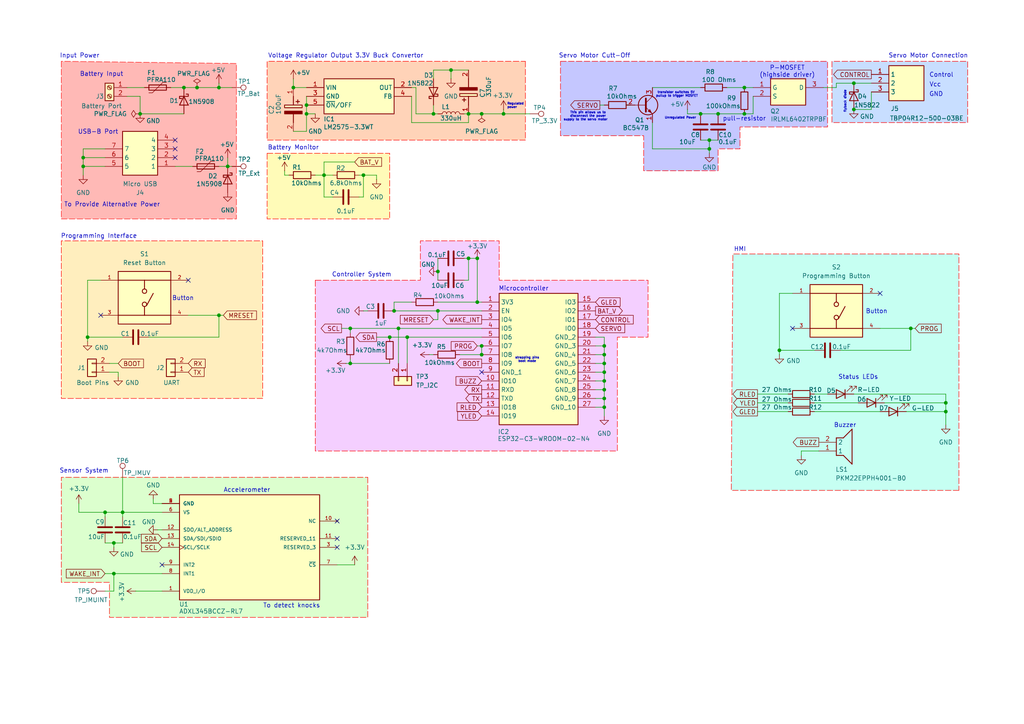
<source format=kicad_sch>
(kicad_sch
	(version 20250114)
	(generator "eeschema")
	(generator_version "9.0")
	(uuid "0bb14822-3a1a-451e-a409-a267c8c1fc8c")
	(paper "A4")
	(title_block
		(title "KnockLockSchematic")
		(date "2025-11-12")
		(rev "6.1")
		(company "HSRW")
		(comment 1 "Group 04")
	)
	
	(text "Voltage Regulator Output 3.3V Buck Convertor\n"
		(exclude_from_sim no)
		(at 77.724 16.256 0)
		(effects
			(font
				(size 1.27 1.27)
			)
			(justify left)
		)
		(uuid "2518258f-ec47-4635-9731-4294b5fb9d18")
	)
	(text "Vcc\n"
		(exclude_from_sim no)
		(at 271.272 24.638 0)
		(effects
			(font
				(size 1.27 1.27)
			)
		)
		(uuid "2f35faaa-140c-4e8d-b215-94b43955d76f")
	)
	(text "Battery Input"
		(exclude_from_sim no)
		(at 29.464 21.59 0)
		(effects
			(font
				(size 1.27 1.27)
			)
		)
		(uuid "3b8b779c-1c9c-40e2-a8af-536a3ad77cd6")
	)
	(text "P-MOSFET\n(highside driver)\n"
		(exclude_from_sim no)
		(at 228.346 20.828 0)
		(effects
			(font
				(size 1.27 1.27)
			)
		)
		(uuid "3c2946ab-01db-4da3-b373-9e8a32240377")
	)
	(text "Controller System\n\n"
		(exclude_from_sim no)
		(at 104.902 80.772 0)
		(effects
			(font
				(size 1.27 1.27)
			)
		)
		(uuid "47a75268-931b-4614-9e57-87da63d14e3b")
	)
	(text "To detect knocks"
		(exclude_from_sim no)
		(at 84.582 175.768 0)
		(effects
			(font
				(size 1.27 1.27)
			)
		)
		(uuid "4956bc1c-7e34-49d0-ab7c-cbdade5f336f")
	)
	(text "Control\n"
		(exclude_from_sim no)
		(at 273.05 21.844 0)
		(effects
			(font
				(size 1.27 1.27)
			)
		)
		(uuid "4c8227c7-d68a-4d32-b156-71de94d5eb5c")
	)
	(text "Button"
		(exclude_from_sim no)
		(at 53.086 86.614 0)
		(effects
			(font
				(size 1.27 1.27)
			)
		)
		(uuid "4d0e0738-02d1-4229-ab2f-2683ea83d478")
	)
	(text "Programming Interface"
		(exclude_from_sim no)
		(at 28.702 68.58 0)
		(effects
			(font
				(size 1.27 1.27)
			)
		)
		(uuid "50579987-5a47-46b5-8f65-558e335f13fa")
	)
	(text "flyback diode"
		(exclude_from_sim no)
		(at 245.11 29.464 90)
		(effects
			(font
				(size 0.635 0.635)
			)
		)
		(uuid "508fe67a-4f6c-4027-93b7-8c034fe964c8")
	)
	(text "strapping pins\nboot mode"
		(exclude_from_sim no)
		(at 152.908 104.394 0)
		(effects
			(font
				(size 0.635 0.635)
			)
		)
		(uuid "6d09fe77-42b8-4433-8a22-2fc733bcf2cc")
	)
	(text "Unregulated Power"
		(exclude_from_sim no)
		(at 197.358 34.29 0)
		(effects
			(font
				(size 0.635 0.635)
			)
		)
		(uuid "7e62c99c-1061-4081-9d01-08be28a53e17")
	)
	(text "Servo Motor Cutt-Off\n"
		(exclude_from_sim no)
		(at 172.466 16.256 0)
		(effects
			(font
				(size 1.27 1.27)
			)
		)
		(uuid "855f90d5-202f-4ee8-9a53-f5a16071ab7b")
	)
	(text "Regulated \npower"
		(exclude_from_sim no)
		(at 147.066 30.734 0)
		(effects
			(font
				(size 0.635 0.635)
			)
			(justify left)
		)
		(uuid "8e5a9943-6ae4-4f1f-af1f-0a2993ca82ee")
	)
	(text "Sensor System"
		(exclude_from_sim no)
		(at 24.384 136.652 0)
		(effects
			(font
				(size 1.27 1.27)
			)
		)
		(uuid "970382a3-8d5d-4fd6-961d-d2bc39b260c6")
	)
	(text "GND\n"
		(exclude_from_sim no)
		(at 271.526 27.432 0)
		(effects
			(font
				(size 1.27 1.27)
			)
		)
		(uuid "9f38b39d-2a5b-419e-908c-43b3e890c08d")
	)
	(text "Buzzer\n"
		(exclude_from_sim no)
		(at 245.11 123.444 0)
		(effects
			(font
				(size 1.27 1.27)
			)
		)
		(uuid "a39a902e-8615-4e84-9581-d349ef7655ba")
	)
	(text "transistor switches 5V \npullup to trigger MOSFET"
		(exclude_from_sim no)
		(at 196.342 27.432 0)
		(effects
			(font
				(size 0.635 0.635)
			)
		)
		(uuid "a43abb77-ae37-4269-9e08-7336c87aa31a")
	)
	(text "HMI"
		(exclude_from_sim no)
		(at 214.63 72.39 0)
		(effects
			(font
				(size 1.27 1.27)
			)
		)
		(uuid "a64bffcd-76c2-4104-bc42-5f87edfeb236")
	)
	(text "Servo Motor Connection\n"
		(exclude_from_sim no)
		(at 269.24 16.256 0)
		(effects
			(font
				(size 1.27 1.27)
			)
		)
		(uuid "b0c4f1cb-2d3c-4981-9906-640961395870")
	)
	(text "This pin allows us to \ndisconnect the power \nsupply to the servo motor"
		(exclude_from_sim no)
		(at 176.276 33.782 0)
		(effects
			(font
				(size 0.635 0.635)
			)
			(justify right)
		)
		(uuid "bac693c1-0c92-4fc8-b9f6-575eac510243")
	)
	(text "Input Power"
		(exclude_from_sim no)
		(at 23.114 16.256 0)
		(effects
			(font
				(size 1.27 1.27)
			)
		)
		(uuid "cac8903e-ade0-4da7-9d3a-cc0e6681dd03")
	)
	(text "Microcontroller"
		(exclude_from_sim no)
		(at 151.892 83.82 0)
		(effects
			(font
				(size 1.27 1.27)
			)
		)
		(uuid "d93a7ac9-5130-4833-b56a-5313a3b30937")
	)
	(text "Accelerometer"
		(exclude_from_sim no)
		(at 71.628 142.24 0)
		(effects
			(font
				(size 1.27 1.27)
			)
		)
		(uuid "db576aa9-2874-4ac3-a2cf-8c568b9db29c")
	)
	(text "Battery Monitor"
		(exclude_from_sim no)
		(at 85.09 42.926 0)
		(effects
			(font
				(size 1.27 1.27)
			)
		)
		(uuid "e0cf221b-16df-43a9-804a-05ed850ae828")
	)
	(text "Status LEDs"
		(exclude_from_sim no)
		(at 248.92 109.474 0)
		(effects
			(font
				(size 1.27 1.27)
			)
		)
		(uuid "e632fac2-f4e4-4ef6-a34c-71f1bdb3ed58")
	)
	(text "To Provide Alternative Power"
		(exclude_from_sim no)
		(at 32.512 59.436 0)
		(effects
			(font
				(size 1.27 1.27)
			)
		)
		(uuid "ef267a3f-df0e-4ce1-9f75-864e0f90624d")
	)
	(text "USB-B Port"
		(exclude_from_sim no)
		(at 28.448 38.354 0)
		(effects
			(font
				(size 1.27 1.27)
			)
		)
		(uuid "f16c4163-7d51-4cb6-91de-9dd0b0852c2c")
	)
	(text "Button"
		(exclude_from_sim no)
		(at 254.254 90.424 0)
		(effects
			(font
				(size 1.27 1.27)
			)
		)
		(uuid "f41fd5a4-1c3f-48ce-bee1-3b173e81e5be")
	)
	(text "pull-resistor"
		(exclude_from_sim no)
		(at 215.9 34.544 0)
		(effects
			(font
				(size 1.27 1.27)
			)
		)
		(uuid "fb7662f4-f7dd-47db-8165-faeadc7bf40b")
	)
	(junction
		(at 274.32 116.84)
		(diameter 0)
		(color 0 0 0 0)
		(uuid "02b9aedf-c91e-4330-a3bf-eba3ba140e96")
	)
	(junction
		(at 115.57 95.25)
		(diameter 0)
		(color 0 0 0 0)
		(uuid "02c3a38b-c77b-4abe-9c6d-afc737a9f9ae")
	)
	(junction
		(at 57.15 25.4)
		(diameter 0)
		(color 0 0 0 0)
		(uuid "04f6fbbf-ccae-4dfd-85ca-933a0894ce88")
	)
	(junction
		(at 175.26 118.11)
		(diameter 0)
		(color 0 0 0 0)
		(uuid "073a1ef1-ad29-4070-81d9-102de435add5")
	)
	(junction
		(at 40.64 33.02)
		(diameter 0)
		(color 0 0 0 0)
		(uuid "0cbafc59-5754-40cd-8b67-828565d631b9")
	)
	(junction
		(at 139.7 33.02)
		(diameter 0)
		(color 0 0 0 0)
		(uuid "14e1a256-145a-4ccd-a860-460dc9d8ac29")
	)
	(junction
		(at 101.6 95.25)
		(diameter 0)
		(color 0 0 0 0)
		(uuid "2009e037-da44-4c7d-8296-1551b93c788b")
	)
	(junction
		(at 175.26 110.49)
		(diameter 0)
		(color 0 0 0 0)
		(uuid "2ac4e8ea-cec8-481c-a661-c9837611a86a")
	)
	(junction
		(at 24.13 48.26)
		(diameter 0)
		(color 0 0 0 0)
		(uuid "2b52c40e-8431-441a-b5c3-df36b144ad8d")
	)
	(junction
		(at 208.28 33.02)
		(diameter 0)
		(color 0 0 0 0)
		(uuid "2efbc496-e660-433c-9e0a-e28d618f4d65")
	)
	(junction
		(at 135.89 74.93)
		(diameter 0)
		(color 0 0 0 0)
		(uuid "2fcdf688-db84-4291-866c-cb5e8c9e867c")
	)
	(junction
		(at 101.6 105.41)
		(diameter 0)
		(color 0 0 0 0)
		(uuid "3c56d38f-c919-454a-8e35-62f859fb598b")
	)
	(junction
		(at 88.9 30.48)
		(diameter 0)
		(color 0 0 0 0)
		(uuid "3f61493d-fc0f-4f6c-a663-0acb6322a5ec")
	)
	(junction
		(at 139.7 100.33)
		(diameter 0)
		(color 0 0 0 0)
		(uuid "43c25aea-61a9-4f19-ae26-a6dae430173a")
	)
	(junction
		(at 85.09 25.4)
		(diameter 0)
		(color 0 0 0 0)
		(uuid "4c24af60-2faf-46de-880d-e20aa8449491")
	)
	(junction
		(at 175.26 115.57)
		(diameter 0)
		(color 0 0 0 0)
		(uuid "54b259e1-9986-44f0-aebd-b52ece86a8e1")
	)
	(junction
		(at 247.65 31.75)
		(diameter 0)
		(color 0 0 0 0)
		(uuid "5bd5098e-ada2-4889-9475-76ad13f42ec4")
	)
	(junction
		(at 66.04 48.26)
		(diameter 0)
		(color 0 0 0 0)
		(uuid "5f2ffb52-f73a-498e-94df-09b6a6611af2")
	)
	(junction
		(at 175.26 105.41)
		(diameter 0)
		(color 0 0 0 0)
		(uuid "6380ce4e-0955-4c37-a006-eaf2d7c8718c")
	)
	(junction
		(at 33.02 157.48)
		(diameter 0)
		(color 0 0 0 0)
		(uuid "684709ba-a714-4903-aeec-55fb0dd6a6bd")
	)
	(junction
		(at 105.41 50.8)
		(diameter 0)
		(color 0 0 0 0)
		(uuid "6ad37660-64d6-4a47-95ac-8618541a369c")
	)
	(junction
		(at 63.5 91.44)
		(diameter 0)
		(color 0 0 0 0)
		(uuid "6ae73a31-e537-48d7-96e5-652760a5f97d")
	)
	(junction
		(at 274.32 119.38)
		(diameter 0)
		(color 0 0 0 0)
		(uuid "6d330b16-3f39-4d6f-9a2a-37fa133a81dc")
	)
	(junction
		(at 175.26 100.33)
		(diameter 0)
		(color 0 0 0 0)
		(uuid "74500f82-13b8-40b2-8f80-e4a301a6f5bf")
	)
	(junction
		(at 24.13 45.72)
		(diameter 0)
		(color 0 0 0 0)
		(uuid "78de4a0b-fb8f-47f0-86c7-3f79d4066114")
	)
	(junction
		(at 25.4 97.79)
		(diameter 0)
		(color 0 0 0 0)
		(uuid "7c0345d5-011f-460e-b5bd-52abad23ac7d")
	)
	(junction
		(at 146.05 33.02)
		(diameter 0)
		(color 0 0 0 0)
		(uuid "7f04040e-99b7-4b67-83c3-66a34134b880")
	)
	(junction
		(at 93.98 50.8)
		(diameter 0)
		(color 0 0 0 0)
		(uuid "83356d02-773c-4011-aac0-b60b66f6c8ec")
	)
	(junction
		(at 63.5 25.4)
		(diameter 0)
		(color 0 0 0 0)
		(uuid "83c7f8b2-0007-47c4-aefb-b4a0247d96b0")
	)
	(junction
		(at 130.81 20.32)
		(diameter 0)
		(color 0 0 0 0)
		(uuid "885d72d4-7f77-46f9-a868-beafa6ad4388")
	)
	(junction
		(at 114.3 90.17)
		(diameter 0)
		(color 0 0 0 0)
		(uuid "8c2e0230-901f-45eb-9df0-b5891e60d701")
	)
	(junction
		(at 203.2 33.02)
		(diameter 0)
		(color 0 0 0 0)
		(uuid "8e5e9ce8-5797-4b20-b6eb-8f42671a1855")
	)
	(junction
		(at 127 78.74)
		(diameter 0)
		(color 0 0 0 0)
		(uuid "90456269-8919-41ed-ae3c-cd450a352ab3")
	)
	(junction
		(at 175.26 107.95)
		(diameter 0)
		(color 0 0 0 0)
		(uuid "91d75bff-d0b1-42c3-954a-28d8d072c599")
	)
	(junction
		(at 127 90.17)
		(diameter 0)
		(color 0 0 0 0)
		(uuid "939a97a1-68d5-4e8b-bbd2-4bc622f0b500")
	)
	(junction
		(at 264.16 95.25)
		(diameter 0)
		(color 0 0 0 0)
		(uuid "9614ef60-0232-4464-a59f-6da0b28128c0")
	)
	(junction
		(at 138.43 87.63)
		(diameter 0)
		(color 0 0 0 0)
		(uuid "9ffd9418-aa3b-4799-bd1f-4f0a43d766b4")
	)
	(junction
		(at 135.89 33.02)
		(diameter 0)
		(color 0 0 0 0)
		(uuid "a17a8e7e-10c3-4fca-98b1-1928d50b1d25")
	)
	(junction
		(at 138.43 74.93)
		(diameter 0)
		(color 0 0 0 0)
		(uuid "a2ee3c1a-7698-4b19-a806-f1f32d3a3c1e")
	)
	(junction
		(at 33.02 166.37)
		(diameter 0)
		(color 0 0 0 0)
		(uuid "a459fd9e-20fa-4155-a8c6-a8ed26dc835b")
	)
	(junction
		(at 175.26 113.03)
		(diameter 0)
		(color 0 0 0 0)
		(uuid "a4b58258-b02b-4c00-8ba9-843292fce7da")
	)
	(junction
		(at 215.9 25.4)
		(diameter 0)
		(color 0 0 0 0)
		(uuid "aa002f6b-358b-4c29-bb42-526728b9497b")
	)
	(junction
		(at 205.74 43.18)
		(diameter 0)
		(color 0 0 0 0)
		(uuid "b3893c45-4b42-490b-961f-129e1e3f6e4c")
	)
	(junction
		(at 30.48 148.59)
		(diameter 0)
		(color 0 0 0 0)
		(uuid "b55206f6-ce55-4cff-ac2c-a30027964d03")
	)
	(junction
		(at 175.26 102.87)
		(diameter 0)
		(color 0 0 0 0)
		(uuid "b6fe899a-e8ef-4a29-ab94-dc08337e133b")
	)
	(junction
		(at 125.73 33.02)
		(diameter 0)
		(color 0 0 0 0)
		(uuid "c5e2a999-b348-4abf-ab89-a8a7c7bfdff6")
	)
	(junction
		(at 35.56 148.59)
		(diameter 0)
		(color 0 0 0 0)
		(uuid "cddf09b1-b7d7-4db5-9777-f0cd70f3552e")
	)
	(junction
		(at 247.65 24.13)
		(diameter 0)
		(color 0 0 0 0)
		(uuid "d2d15078-4a94-4e0f-a127-01ebe065098d")
	)
	(junction
		(at 118.11 97.79)
		(diameter 0)
		(color 0 0 0 0)
		(uuid "db480aeb-a178-4931-b9cc-c55a041f7d6f")
	)
	(junction
		(at 205.74 40.64)
		(diameter 0)
		(color 0 0 0 0)
		(uuid "e00d48fd-9fbf-4605-bab4-6c78507fd8be")
	)
	(junction
		(at 88.9 33.02)
		(diameter 0)
		(color 0 0 0 0)
		(uuid "ee93dabd-abda-422a-8b75-ad01c2801fde")
	)
	(junction
		(at 139.7 102.87)
		(diameter 0)
		(color 0 0 0 0)
		(uuid "eeb748ea-0344-4100-b39a-b1db932001b1")
	)
	(junction
		(at 226.06 101.6)
		(diameter 0)
		(color 0 0 0 0)
		(uuid "f481c9ed-478b-4388-bd5c-ade7093988c2")
	)
	(junction
		(at 113.03 97.79)
		(diameter 0)
		(color 0 0 0 0)
		(uuid "fbd00e67-0c1f-4205-a187-6f7d04ba4fcb")
	)
	(junction
		(at 53.34 25.4)
		(diameter 0)
		(color 0 0 0 0)
		(uuid "fccd948b-cebc-42e8-a749-b34c7395776c")
	)
	(junction
		(at 215.9 33.02)
		(diameter 0)
		(color 0 0 0 0)
		(uuid "ffca37a4-73cd-40be-b1dd-81d1dd09766d")
	)
	(no_connect
		(at 229.87 95.25)
		(uuid "1d758fd0-8b0b-4907-aa72-7dfb502762d0")
	)
	(no_connect
		(at 50.8 43.18)
		(uuid "1fe8d643-cee9-4845-84ec-6a33a3f1938b")
	)
	(no_connect
		(at 54.61 81.28)
		(uuid "3655677d-f3ae-4f46-a4e5-117d8df4834c")
	)
	(no_connect
		(at 97.79 156.21)
		(uuid "51778857-46a3-4836-ad5e-deb05fab18b6")
	)
	(no_connect
		(at 139.7 107.95)
		(uuid "6b2fe6a5-9657-4333-ab3d-92281d81a2f8")
	)
	(no_connect
		(at 29.21 91.44)
		(uuid "917cc58d-7f26-4f22-bdf4-3e8e79c19b40")
	)
	(no_connect
		(at 97.79 151.13)
		(uuid "9aee14a5-642e-40fe-8c72-15f6b1616465")
	)
	(no_connect
		(at 50.8 45.72)
		(uuid "a562ed9b-6592-4fdc-984e-6f4399a2473f")
	)
	(no_connect
		(at 50.8 40.64)
		(uuid "c6c5427b-10c4-4f3c-8563-c7892ace72e6")
	)
	(no_connect
		(at 46.99 163.83)
		(uuid "d2e91da7-af06-49e0-8826-c3584ccf01e4")
	)
	(no_connect
		(at 97.79 158.75)
		(uuid "dbf98a0b-7b37-416d-870a-ffcff07f6e35")
	)
	(no_connect
		(at 255.27 85.09)
		(uuid "deb1f7c4-0e75-44b5-b712-f8fa12460719")
	)
	(wire
		(pts
			(xy 25.4 97.79) (xy 35.56 97.79)
		)
		(stroke
			(width 0)
			(type default)
		)
		(uuid "021a1b7f-b027-4cc2-865f-724a87a02617")
	)
	(wire
		(pts
			(xy 199.39 31.75) (xy 199.39 33.02)
		)
		(stroke
			(width 0)
			(type default)
		)
		(uuid "02a0b19d-dafb-4fb8-93ad-607a1c969773")
	)
	(wire
		(pts
			(xy 63.5 25.4) (xy 63.5 24.13)
		)
		(stroke
			(width 0)
			(type default)
		)
		(uuid "0345ff30-4b84-4e99-a90f-bbb4d7c76cde")
	)
	(wire
		(pts
			(xy 33.02 157.48) (xy 33.02 158.75)
		)
		(stroke
			(width 0)
			(type default)
		)
		(uuid "04ba3cce-dc20-4c01-9ee5-b4a5e9432fdf")
	)
	(wire
		(pts
			(xy 236.22 114.3) (xy 240.03 114.3)
		)
		(stroke
			(width 0)
			(type default)
		)
		(uuid "04eedfe2-43b9-434c-a425-1738cac498b8")
	)
	(wire
		(pts
			(xy 189.23 35.56) (xy 189.23 43.18)
		)
		(stroke
			(width 0)
			(type default)
		)
		(uuid "050e6e14-2bb5-47f1-9b06-d0d16be0c416")
	)
	(wire
		(pts
			(xy 127 90.17) (xy 139.7 90.17)
		)
		(stroke
			(width 0)
			(type default)
		)
		(uuid "0a7e99ec-818c-4e0d-b412-86bb849c9d8d")
	)
	(wire
		(pts
			(xy 175.26 115.57) (xy 175.26 118.11)
		)
		(stroke
			(width 0)
			(type default)
		)
		(uuid "0c45d0e6-78b4-4ed8-8709-3cf564d67ce7")
	)
	(wire
		(pts
			(xy 215.9 25.4) (xy 218.44 25.4)
		)
		(stroke
			(width 0)
			(type default)
		)
		(uuid "0f598a29-d0fb-4120-b4dc-6bbacbfea37a")
	)
	(wire
		(pts
			(xy 139.7 33.02) (xy 146.05 33.02)
		)
		(stroke
			(width 0)
			(type default)
		)
		(uuid "1077a953-f38e-4668-b358-34eeabf96344")
	)
	(wire
		(pts
			(xy 135.89 74.93) (xy 135.89 81.28)
		)
		(stroke
			(width 0)
			(type default)
		)
		(uuid "10cd1ca3-b3b0-47f1-941b-3be789977662")
	)
	(wire
		(pts
			(xy 115.57 95.25) (xy 115.57 105.41)
		)
		(stroke
			(width 0)
			(type default)
		)
		(uuid "10d4236e-5e78-441f-874e-ca048e4edc4d")
	)
	(wire
		(pts
			(xy 205.74 44.45) (xy 205.74 43.18)
		)
		(stroke
			(width 0)
			(type default)
		)
		(uuid "143161cf-0d90-4e9b-9988-7bb7fcb251c0")
	)
	(wire
		(pts
			(xy 85.09 38.1) (xy 88.9 38.1)
		)
		(stroke
			(width 0)
			(type default)
		)
		(uuid "1499d0b9-e451-4809-b5e5-ddc557906445")
	)
	(wire
		(pts
			(xy 57.15 25.4) (xy 63.5 25.4)
		)
		(stroke
			(width 0)
			(type default)
		)
		(uuid "14ba3dd9-3d43-45fc-a3e7-5061c8d88939")
	)
	(wire
		(pts
			(xy 181.61 30.48) (xy 182.88 30.48)
		)
		(stroke
			(width 0)
			(type default)
		)
		(uuid "15970311-f94e-495d-b52e-bc418e0fba05")
	)
	(wire
		(pts
			(xy 104.14 57.15) (xy 105.41 57.15)
		)
		(stroke
			(width 0)
			(type default)
		)
		(uuid "161827a5-5cb2-4447-83c0-7e2d37799c9b")
	)
	(wire
		(pts
			(xy 33.02 157.48) (xy 35.56 157.48)
		)
		(stroke
			(width 0)
			(type default)
		)
		(uuid "166a19fd-6566-43b6-81ed-c904c8ecb719")
	)
	(wire
		(pts
			(xy 125.73 20.32) (xy 130.81 20.32)
		)
		(stroke
			(width 0)
			(type default)
		)
		(uuid "189885ba-fd25-4e16-8834-08aca68cd922")
	)
	(wire
		(pts
			(xy 100.33 105.41) (xy 101.6 105.41)
		)
		(stroke
			(width 0)
			(type default)
		)
		(uuid "18c33996-889f-4e37-bbe1-6251499ec3ea")
	)
	(wire
		(pts
			(xy 114.3 87.63) (xy 114.3 90.17)
		)
		(stroke
			(width 0)
			(type default)
		)
		(uuid "1d4bb1de-06ff-4f03-8cfb-f9933027b5a6")
	)
	(wire
		(pts
			(xy 40.64 33.02) (xy 53.34 33.02)
		)
		(stroke
			(width 0)
			(type default)
		)
		(uuid "1db368c2-f997-4cbf-81c5-3e59f174b3c4")
	)
	(wire
		(pts
			(xy 99.06 95.25) (xy 101.6 95.25)
		)
		(stroke
			(width 0)
			(type default)
		)
		(uuid "202e4eb7-d90a-4f21-972d-3b71781a5285")
	)
	(wire
		(pts
			(xy 24.13 43.18) (xy 30.48 43.18)
		)
		(stroke
			(width 0)
			(type default)
		)
		(uuid "22ba65bb-7511-4f13-9d8d-ba571cee6c39")
	)
	(wire
		(pts
			(xy 120.65 25.4) (xy 120.65 33.02)
		)
		(stroke
			(width 0)
			(type default)
		)
		(uuid "255409b9-f771-4425-8db6-53c6b88c63ca")
	)
	(wire
		(pts
			(xy 226.06 101.6) (xy 226.06 102.87)
		)
		(stroke
			(width 0)
			(type default)
		)
		(uuid "273605d0-aa11-481d-8998-5bd3e321e3b7")
	)
	(wire
		(pts
			(xy 101.6 104.14) (xy 101.6 105.41)
		)
		(stroke
			(width 0)
			(type default)
		)
		(uuid "2ac0a695-bbca-41f3-9086-c829377ffd5d")
	)
	(wire
		(pts
			(xy 40.64 27.94) (xy 40.64 33.02)
		)
		(stroke
			(width 0)
			(type default)
		)
		(uuid "2b168d3c-1d02-4cf3-a5aa-d87db4173cdf")
	)
	(wire
		(pts
			(xy 242.57 24.13) (xy 247.65 24.13)
		)
		(stroke
			(width 0)
			(type default)
		)
		(uuid "2ea3c59f-c873-454a-aef4-8a11bcc1c6a0")
	)
	(wire
		(pts
			(xy 226.06 85.09) (xy 229.87 85.09)
		)
		(stroke
			(width 0)
			(type default)
		)
		(uuid "2f1a42a1-69a2-4238-8b97-67723ef40e29")
	)
	(wire
		(pts
			(xy 109.22 97.79) (xy 113.03 97.79)
		)
		(stroke
			(width 0)
			(type default)
		)
		(uuid "2fa266c6-d817-453d-9585-7e90d5238f22")
	)
	(wire
		(pts
			(xy 252.73 31.75) (xy 247.65 31.75)
		)
		(stroke
			(width 0)
			(type default)
		)
		(uuid "3094c35a-5ab3-433b-99a4-fad8bae03503")
	)
	(wire
		(pts
			(xy 173.99 30.48) (xy 175.26 30.48)
		)
		(stroke
			(width 0)
			(type default)
		)
		(uuid "319b8ba3-924f-47fd-b432-035f75e0c511")
	)
	(wire
		(pts
			(xy 82.55 49.53) (xy 82.55 50.8)
		)
		(stroke
			(width 0)
			(type default)
		)
		(uuid "322ef5b8-a7a5-47b5-af21-f291b5ea16aa")
	)
	(wire
		(pts
			(xy 264.16 95.25) (xy 264.16 101.6)
		)
		(stroke
			(width 0)
			(type default)
		)
		(uuid "3417a878-5177-4eaf-9a18-965391508e75")
	)
	(wire
		(pts
			(xy 242.57 24.13) (xy 242.57 25.4)
		)
		(stroke
			(width 0)
			(type default)
		)
		(uuid "358a3865-9cb8-4ce0-b75f-e2b112aea466")
	)
	(wire
		(pts
			(xy 24.13 45.72) (xy 24.13 48.26)
		)
		(stroke
			(width 0)
			(type default)
		)
		(uuid "36952cf6-5268-4faf-86ea-ce551abe4ceb")
	)
	(wire
		(pts
			(xy 215.9 33.02) (xy 218.44 33.02)
		)
		(stroke
			(width 0)
			(type default)
		)
		(uuid "39066b7a-d50c-4c4e-b272-7a30da085048")
	)
	(wire
		(pts
			(xy 25.4 97.79) (xy 25.4 99.06)
		)
		(stroke
			(width 0)
			(type default)
		)
		(uuid "393e2f43-1d67-45ec-88e0-dbbae3ee09fa")
	)
	(wire
		(pts
			(xy 135.89 33.02) (xy 135.89 35.56)
		)
		(stroke
			(width 0)
			(type default)
		)
		(uuid "39fab9f1-4dc5-436a-b3d6-495a835f12a0")
	)
	(wire
		(pts
			(xy 22.86 146.05) (xy 22.86 148.59)
		)
		(stroke
			(width 0)
			(type default)
		)
		(uuid "3a15f736-2be0-4974-b504-0ef2333edf34")
	)
	(wire
		(pts
			(xy 97.79 163.83) (xy 102.87 163.83)
		)
		(stroke
			(width 0)
			(type default)
		)
		(uuid "3adc1099-cc6f-4fbb-aad5-5cad15cffb50")
	)
	(wire
		(pts
			(xy 172.72 110.49) (xy 175.26 110.49)
		)
		(stroke
			(width 0)
			(type default)
		)
		(uuid "3e93e8e9-f70d-4825-8c0e-eef003066e5a")
	)
	(wire
		(pts
			(xy 30.48 166.37) (xy 33.02 166.37)
		)
		(stroke
			(width 0)
			(type default)
		)
		(uuid "3f06d38f-fea8-44b9-98cf-9dbd9b5b17b1")
	)
	(wire
		(pts
			(xy 43.18 97.79) (xy 63.5 97.79)
		)
		(stroke
			(width 0)
			(type default)
		)
		(uuid "3f96c03b-7918-4c1f-9535-5f9ef97b3c69")
	)
	(wire
		(pts
			(xy 64.77 91.44) (xy 63.5 91.44)
		)
		(stroke
			(width 0)
			(type default)
		)
		(uuid "40407825-8e61-450d-b007-0d0d956c6f62")
	)
	(wire
		(pts
			(xy 114.3 90.17) (xy 127 90.17)
		)
		(stroke
			(width 0)
			(type default)
		)
		(uuid "41e25cf5-c3f5-46e0-bd99-0e8ec8b44869")
	)
	(wire
		(pts
			(xy 119.38 35.56) (xy 135.89 35.56)
		)
		(stroke
			(width 0)
			(type default)
		)
		(uuid "42138061-52e7-45e2-9b08-230c0ad2e4b6")
	)
	(wire
		(pts
			(xy 30.48 171.45) (xy 33.02 171.45)
		)
		(stroke
			(width 0)
			(type default)
		)
		(uuid "4294dbd9-00b2-4ba9-8c28-5c58188b7573")
	)
	(wire
		(pts
			(xy 203.2 33.02) (xy 208.28 33.02)
		)
		(stroke
			(width 0)
			(type default)
		)
		(uuid "42ca785b-c5fb-446b-a983-aa1e0f850470")
	)
	(wire
		(pts
			(xy 101.6 96.52) (xy 101.6 95.25)
		)
		(stroke
			(width 0)
			(type default)
		)
		(uuid "44f5228b-f475-4d43-bf41-37f1aaa219d5")
	)
	(wire
		(pts
			(xy 24.13 45.72) (xy 30.48 45.72)
		)
		(stroke
			(width 0)
			(type default)
		)
		(uuid "461bfc08-b207-46a9-895b-faf5d4853393")
	)
	(wire
		(pts
			(xy 127 74.93) (xy 127 78.74)
		)
		(stroke
			(width 0)
			(type default)
		)
		(uuid "468e26e6-44d2-4912-bcc2-945547e787e3")
	)
	(wire
		(pts
			(xy 189.23 43.18) (xy 205.74 43.18)
		)
		(stroke
			(width 0)
			(type default)
		)
		(uuid "46ca8fcf-ee51-47de-8cd5-c6354a0d04b7")
	)
	(wire
		(pts
			(xy 262.89 119.38) (xy 274.32 119.38)
		)
		(stroke
			(width 0)
			(type default)
		)
		(uuid "46e35a2c-4b99-43b9-b02a-9740abbe739f")
	)
	(wire
		(pts
			(xy 67.31 48.26) (xy 66.04 48.26)
		)
		(stroke
			(width 0)
			(type default)
		)
		(uuid "477a6ebe-a335-42eb-81eb-8aa8812a9c4c")
	)
	(wire
		(pts
			(xy 30.48 148.59) (xy 35.56 148.59)
		)
		(stroke
			(width 0)
			(type default)
		)
		(uuid "4b4021c3-ac00-4e88-ae3f-36dac736573f")
	)
	(wire
		(pts
			(xy 33.02 166.37) (xy 46.99 166.37)
		)
		(stroke
			(width 0)
			(type default)
		)
		(uuid "4d299a0d-a579-41cb-b2e2-999d7ce12e66")
	)
	(wire
		(pts
			(xy 44.45 144.78) (xy 44.45 146.05)
		)
		(stroke
			(width 0)
			(type default)
		)
		(uuid "4d8c409e-3410-4aad-8107-46b179e7c6fb")
	)
	(wire
		(pts
			(xy 175.26 118.11) (xy 175.26 120.65)
		)
		(stroke
			(width 0)
			(type default)
		)
		(uuid "4e29810a-d055-4b9a-9cad-533894ecfced")
	)
	(wire
		(pts
			(xy 199.39 33.02) (xy 203.2 33.02)
		)
		(stroke
			(width 0)
			(type default)
		)
		(uuid "4f08b178-4ca6-4901-8a12-59bef406c4b1")
	)
	(wire
		(pts
			(xy 104.14 50.8) (xy 105.41 50.8)
		)
		(stroke
			(width 0)
			(type default)
		)
		(uuid "51154b31-e14f-4803-a022-9169760de1ce")
	)
	(wire
		(pts
			(xy 53.34 25.4) (xy 57.15 25.4)
		)
		(stroke
			(width 0)
			(type default)
		)
		(uuid "529cdc57-f862-4717-ad86-14166fe6d37f")
	)
	(wire
		(pts
			(xy 130.81 20.32) (xy 130.81 22.86)
		)
		(stroke
			(width 0)
			(type default)
		)
		(uuid "5394092f-20a4-4fdd-9bf0-9b61b7e799da")
	)
	(wire
		(pts
			(xy 243.84 101.6) (xy 264.16 101.6)
		)
		(stroke
			(width 0)
			(type default)
		)
		(uuid "54e5aecd-436e-4924-8eef-6ec3eaf4f60e")
	)
	(wire
		(pts
			(xy 226.06 85.09) (xy 226.06 101.6)
		)
		(stroke
			(width 0)
			(type default)
		)
		(uuid "567c2b54-c752-426e-b180-241474b4cfb2")
	)
	(wire
		(pts
			(xy 36.83 25.4) (xy 41.91 25.4)
		)
		(stroke
			(width 0)
			(type default)
		)
		(uuid "56bd28fc-56c3-4060-9111-e4af12c6be36")
	)
	(wire
		(pts
			(xy 135.89 33.02) (xy 139.7 33.02)
		)
		(stroke
			(width 0)
			(type default)
		)
		(uuid "56fb5141-38fe-4d37-b852-dadecdafb91e")
	)
	(wire
		(pts
			(xy 125.73 30.48) (xy 125.73 33.02)
		)
		(stroke
			(width 0)
			(type default)
		)
		(uuid "612b78f3-a0bc-4c71-b26f-bc59e5350410")
	)
	(wire
		(pts
			(xy 247.65 114.3) (xy 274.32 114.3)
		)
		(stroke
			(width 0)
			(type default)
		)
		(uuid "6252a8cd-6a1d-479c-bc75-b2412b0af64b")
	)
	(wire
		(pts
			(xy 31.75 107.95) (xy 34.29 107.95)
		)
		(stroke
			(width 0)
			(type default)
		)
		(uuid "62f6505b-8145-4d59-9dd5-106dad171aa2")
	)
	(wire
		(pts
			(xy 102.87 46.99) (xy 93.98 46.99)
		)
		(stroke
			(width 0)
			(type default)
		)
		(uuid "66e7ace3-4b35-4df1-9715-f801f3262784")
	)
	(wire
		(pts
			(xy 63.5 91.44) (xy 63.5 97.79)
		)
		(stroke
			(width 0)
			(type default)
		)
		(uuid "671f99dc-d560-4258-8ac6-8d320a8fdd7c")
	)
	(wire
		(pts
			(xy 35.56 149.86) (xy 35.56 148.59)
		)
		(stroke
			(width 0)
			(type default)
		)
		(uuid "67e01b0e-8ec6-418d-a48e-18a41669f6c0")
	)
	(wire
		(pts
			(xy 135.89 74.93) (xy 138.43 74.93)
		)
		(stroke
			(width 0)
			(type default)
		)
		(uuid "687ca9e6-6ee2-430f-9fa2-2cde88afe9cd")
	)
	(wire
		(pts
			(xy 125.73 20.32) (xy 125.73 22.86)
		)
		(stroke
			(width 0)
			(type default)
		)
		(uuid "6b4b0166-d667-4958-b117-c89c8750a2b6")
	)
	(wire
		(pts
			(xy 39.37 171.45) (xy 46.99 171.45)
		)
		(stroke
			(width 0)
			(type default)
		)
		(uuid "6b9ecaee-7f05-492d-80b4-dd7c13726439")
	)
	(wire
		(pts
			(xy 30.48 149.86) (xy 30.48 148.59)
		)
		(stroke
			(width 0)
			(type default)
		)
		(uuid "6e123eb2-a69f-4ba5-a9d5-f45d08996082")
	)
	(wire
		(pts
			(xy 91.44 50.8) (xy 93.98 50.8)
		)
		(stroke
			(width 0)
			(type default)
		)
		(uuid "6f54d23c-4333-464f-ac44-6ac3ab071eec")
	)
	(wire
		(pts
			(xy 119.38 27.94) (xy 119.38 35.56)
		)
		(stroke
			(width 0)
			(type default)
		)
		(uuid "73d062b5-58d9-4a7a-b5be-a9f58e8f6c73")
	)
	(wire
		(pts
			(xy 24.13 48.26) (xy 30.48 48.26)
		)
		(stroke
			(width 0)
			(type default)
		)
		(uuid "752a41ba-da96-4ba6-b839-e8ed099df4c3")
	)
	(wire
		(pts
			(xy 175.26 100.33) (xy 175.26 102.87)
		)
		(stroke
			(width 0)
			(type default)
		)
		(uuid "7569a1de-e75c-440d-8356-b39e76a16e5b")
	)
	(wire
		(pts
			(xy 172.72 115.57) (xy 175.26 115.57)
		)
		(stroke
			(width 0)
			(type default)
		)
		(uuid "75d2545b-a84c-4bc5-8db6-a0723d810b8a")
	)
	(wire
		(pts
			(xy 127 87.63) (xy 138.43 87.63)
		)
		(stroke
			(width 0)
			(type default)
		)
		(uuid "77c759ac-004c-4bb6-9e35-bda6f0eb9479")
	)
	(wire
		(pts
			(xy 35.56 138.43) (xy 35.56 148.59)
		)
		(stroke
			(width 0)
			(type default)
		)
		(uuid "780bc07b-28a1-4941-860f-35eec16de3b7")
	)
	(wire
		(pts
			(xy 88.9 33.02) (xy 88.9 30.48)
		)
		(stroke
			(width 0)
			(type default)
		)
		(uuid "78683b16-78d3-473f-be2d-4ea86c5bfc78")
	)
	(wire
		(pts
			(xy 120.65 33.02) (xy 125.73 33.02)
		)
		(stroke
			(width 0)
			(type default)
		)
		(uuid "795873e7-5550-4bf3-923a-8fb784da7aed")
	)
	(wire
		(pts
			(xy 67.31 25.4) (xy 63.5 25.4)
		)
		(stroke
			(width 0)
			(type default)
		)
		(uuid "7a6cf62e-fc7e-4991-ae8e-52c634f66ad7")
	)
	(wire
		(pts
			(xy 46.99 146.05) (xy 44.45 146.05)
		)
		(stroke
			(width 0)
			(type default)
		)
		(uuid "7a707489-a0aa-45fc-b102-8a2408fde9e0")
	)
	(wire
		(pts
			(xy 219.71 119.38) (xy 228.6 119.38)
		)
		(stroke
			(width 0)
			(type default)
		)
		(uuid "7c4a7d30-f06e-4e0b-a53e-6e5af2dca4df")
	)
	(wire
		(pts
			(xy 130.81 20.32) (xy 135.89 20.32)
		)
		(stroke
			(width 0)
			(type default)
		)
		(uuid "7da022bd-f55f-47b8-bc2b-bce9ad4144f6")
	)
	(wire
		(pts
			(xy 274.32 123.19) (xy 274.32 119.38)
		)
		(stroke
			(width 0)
			(type default)
		)
		(uuid "8094832c-8510-460a-89bb-2040985f4dd2")
	)
	(wire
		(pts
			(xy 34.29 107.95) (xy 34.29 109.22)
		)
		(stroke
			(width 0)
			(type default)
		)
		(uuid "81834b8d-0565-4083-8ffb-61398b164e4c")
	)
	(wire
		(pts
			(xy 138.43 74.93) (xy 138.43 87.63)
		)
		(stroke
			(width 0)
			(type default)
		)
		(uuid "820aa8f3-4ccc-4ec5-b8f2-c1c5dbd8bfab")
	)
	(wire
		(pts
			(xy 175.26 97.79) (xy 175.26 100.33)
		)
		(stroke
			(width 0)
			(type default)
		)
		(uuid "837a408b-6723-4575-a336-9703d8004f28")
	)
	(wire
		(pts
			(xy 175.26 110.49) (xy 175.26 113.03)
		)
		(stroke
			(width 0)
			(type default)
		)
		(uuid "85421847-629e-4026-a80a-abe5fff3490e")
	)
	(wire
		(pts
			(xy 146.05 31.75) (xy 146.05 33.02)
		)
		(stroke
			(width 0)
			(type default)
		)
		(uuid "866686a0-cae7-4078-8515-894ee33631e1")
	)
	(wire
		(pts
			(xy 63.5 48.26) (xy 66.04 48.26)
		)
		(stroke
			(width 0)
			(type default)
		)
		(uuid "8803cdd1-069b-4ec7-8ad7-8a4e37d81472")
	)
	(wire
		(pts
			(xy 24.13 48.26) (xy 24.13 50.8)
		)
		(stroke
			(width 0)
			(type default)
		)
		(uuid "89071cdb-1b69-419e-806a-307014ba29f8")
	)
	(wire
		(pts
			(xy 172.72 97.79) (xy 175.26 97.79)
		)
		(stroke
			(width 0)
			(type default)
		)
		(uuid "89ad7b99-4f4b-43bf-892e-3729df02faa2")
	)
	(wire
		(pts
			(xy 88.9 38.1) (xy 88.9 33.02)
		)
		(stroke
			(width 0)
			(type default)
		)
		(uuid "8a838661-1094-4b3d-bf90-e744f58c3ae5")
	)
	(wire
		(pts
			(xy 85.09 22.86) (xy 85.09 25.4)
		)
		(stroke
			(width 0)
			(type default)
		)
		(uuid "8b754130-ad15-4991-b611-8bea0ff490fd")
	)
	(wire
		(pts
			(xy 134.62 81.28) (xy 135.89 81.28)
		)
		(stroke
			(width 0)
			(type default)
		)
		(uuid "9210bdd8-169b-49ca-b049-7998531479dd")
	)
	(wire
		(pts
			(xy 138.43 87.63) (xy 139.7 87.63)
		)
		(stroke
			(width 0)
			(type default)
		)
		(uuid "948d7770-df9a-4ad4-a4a3-f453d03382ef")
	)
	(wire
		(pts
			(xy 255.27 95.25) (xy 264.16 95.25)
		)
		(stroke
			(width 0)
			(type default)
		)
		(uuid "94afe135-cb7d-4e2a-8044-2d1be2a23154")
	)
	(wire
		(pts
			(xy 101.6 105.41) (xy 113.03 105.41)
		)
		(stroke
			(width 0)
			(type default)
		)
		(uuid "9c0f3eaf-6211-4e9a-9ebb-e109a4fd9395")
	)
	(wire
		(pts
			(xy 54.61 91.44) (xy 63.5 91.44)
		)
		(stroke
			(width 0)
			(type default)
		)
		(uuid "9ce0c804-f9e8-488f-b019-c126798db270")
	)
	(wire
		(pts
			(xy 265.43 95.25) (xy 264.16 95.25)
		)
		(stroke
			(width 0)
			(type default)
		)
		(uuid "9e45a599-51f3-4bd5-a144-70140cd4ef6e")
	)
	(wire
		(pts
			(xy 127 33.02) (xy 125.73 33.02)
		)
		(stroke
			(width 0)
			(type default)
		)
		(uuid "9f404ca7-0459-4ea8-ac86-7d4ab56baa5d")
	)
	(wire
		(pts
			(xy 34.29 105.41) (xy 31.75 105.41)
		)
		(stroke
			(width 0)
			(type default)
		)
		(uuid "9f8f5aff-1256-4fa7-b164-46a46b536825")
	)
	(wire
		(pts
			(xy 22.86 148.59) (xy 30.48 148.59)
		)
		(stroke
			(width 0)
			(type default)
		)
		(uuid "a30c62e0-df41-4c28-9500-5e76972a4461")
	)
	(wire
		(pts
			(xy 93.98 46.99) (xy 93.98 50.8)
		)
		(stroke
			(width 0)
			(type default)
		)
		(uuid "a3637818-3daa-4698-8bc3-3d3c752e797f")
	)
	(wire
		(pts
			(xy 172.72 100.33) (xy 175.26 100.33)
		)
		(stroke
			(width 0)
			(type default)
		)
		(uuid "a3bb272a-741c-48eb-bc3f-61af82e66441")
	)
	(wire
		(pts
			(xy 93.98 57.15) (xy 93.98 50.8)
		)
		(stroke
			(width 0)
			(type default)
		)
		(uuid "a3f5f283-ffc7-46d9-b496-683ed39c64e7")
	)
	(wire
		(pts
			(xy 210.82 25.4) (xy 215.9 25.4)
		)
		(stroke
			(width 0)
			(type default)
		)
		(uuid "a5a5fc1e-974e-45bb-b44a-4fb016341f00")
	)
	(wire
		(pts
			(xy 88.9 27.94) (xy 88.9 30.48)
		)
		(stroke
			(width 0)
			(type default)
		)
		(uuid "a694b31c-febe-45a5-94a1-bd64217f2ef7")
	)
	(wire
		(pts
			(xy 93.98 50.8) (xy 96.52 50.8)
		)
		(stroke
			(width 0)
			(type default)
		)
		(uuid "a69feaac-8dca-47cf-9d2c-8afeb86e1dc9")
	)
	(wire
		(pts
			(xy 109.22 50.8) (xy 109.22 52.07)
		)
		(stroke
			(width 0)
			(type default)
		)
		(uuid "a6c511ae-cc9c-4613-a426-c75cb7e23fde")
	)
	(wire
		(pts
			(xy 256.54 116.84) (xy 274.32 116.84)
		)
		(stroke
			(width 0)
			(type default)
		)
		(uuid "a72992ca-bb6e-44b5-b678-8db49c688772")
	)
	(wire
		(pts
			(xy 105.41 90.17) (xy 106.68 90.17)
		)
		(stroke
			(width 0)
			(type default)
		)
		(uuid "ab3dad37-8026-49e5-af4d-b672b125ef31")
	)
	(wire
		(pts
			(xy 24.13 43.18) (xy 24.13 45.72)
		)
		(stroke
			(width 0)
			(type default)
		)
		(uuid "ab846316-a2f0-419d-8828-15088ab35474")
	)
	(wire
		(pts
			(xy 172.72 102.87) (xy 175.26 102.87)
		)
		(stroke
			(width 0)
			(type default)
		)
		(uuid "af4e0644-f999-4ce5-b780-55e9693884e6")
	)
	(wire
		(pts
			(xy 189.23 25.4) (xy 203.2 25.4)
		)
		(stroke
			(width 0)
			(type default)
		)
		(uuid "b05d616e-b796-4ab6-a2fb-9cc004446fad")
	)
	(wire
		(pts
			(xy 124.46 102.87) (xy 125.73 102.87)
		)
		(stroke
			(width 0)
			(type default)
		)
		(uuid "b3463a87-ea03-41df-94fd-45f8a2d1c382")
	)
	(wire
		(pts
			(xy 218.44 33.02) (xy 218.44 27.94)
		)
		(stroke
			(width 0)
			(type default)
		)
		(uuid "b44f183d-6fc9-4a75-9d37-51edfaf23b9e")
	)
	(wire
		(pts
			(xy 208.28 33.02) (xy 215.9 33.02)
		)
		(stroke
			(width 0)
			(type default)
		)
		(uuid "b50a551d-89f9-4c50-b397-86104624aba9")
	)
	(wire
		(pts
			(xy 219.71 114.3) (xy 228.6 114.3)
		)
		(stroke
			(width 0)
			(type default)
		)
		(uuid "b559115f-753b-4906-a247-036373b211f7")
	)
	(wire
		(pts
			(xy 96.52 57.15) (xy 93.98 57.15)
		)
		(stroke
			(width 0)
			(type default)
		)
		(uuid "b56cfa18-6557-428d-af76-1812a32fd03a")
	)
	(wire
		(pts
			(xy 138.43 100.33) (xy 139.7 100.33)
		)
		(stroke
			(width 0)
			(type default)
		)
		(uuid "b6375f31-2259-40e4-aa3b-bea075330f41")
	)
	(wire
		(pts
			(xy 153.67 33.02) (xy 146.05 33.02)
		)
		(stroke
			(width 0)
			(type default)
		)
		(uuid "b7e1f57d-6517-4a11-8c5f-075937246f80")
	)
	(wire
		(pts
			(xy 205.74 40.64) (xy 208.28 40.64)
		)
		(stroke
			(width 0)
			(type default)
		)
		(uuid "bb3c6082-4663-465c-8b8c-d05bbe4cd0d4")
	)
	(wire
		(pts
			(xy 274.32 116.84) (xy 274.32 119.38)
		)
		(stroke
			(width 0)
			(type default)
		)
		(uuid "bc509333-10bd-4bc4-a67a-5c98f886dd32")
	)
	(wire
		(pts
			(xy 172.72 107.95) (xy 175.26 107.95)
		)
		(stroke
			(width 0)
			(type default)
		)
		(uuid "bddf4d06-7674-43e1-b17a-03119b040d5f")
	)
	(wire
		(pts
			(xy 25.4 81.28) (xy 25.4 97.79)
		)
		(stroke
			(width 0)
			(type default)
		)
		(uuid "beddec6d-c065-44ce-a0c4-8c4c285f7fbd")
	)
	(wire
		(pts
			(xy 172.72 113.03) (xy 175.26 113.03)
		)
		(stroke
			(width 0)
			(type default)
		)
		(uuid "bf2861ae-6e5d-49fe-aa36-078ef9d4e581")
	)
	(wire
		(pts
			(xy 114.3 87.63) (xy 119.38 87.63)
		)
		(stroke
			(width 0)
			(type default)
		)
		(uuid "c0061828-da64-45de-825a-587453e56f37")
	)
	(wire
		(pts
			(xy 105.41 50.8) (xy 109.22 50.8)
		)
		(stroke
			(width 0)
			(type default)
		)
		(uuid "c190327a-6b6f-4ddc-ae8e-64a0c4ac97be")
	)
	(wire
		(pts
			(xy 237.49 130.81) (xy 232.41 130.81)
		)
		(stroke
			(width 0)
			(type default)
		)
		(uuid "c23088fd-76be-440f-b41f-c69264862db7")
	)
	(wire
		(pts
			(xy 127 81.28) (xy 127 78.74)
		)
		(stroke
			(width 0)
			(type default)
		)
		(uuid "c3367b74-6990-4cab-aa7d-058637c32fd4")
	)
	(wire
		(pts
			(xy 242.57 25.4) (xy 238.76 25.4)
		)
		(stroke
			(width 0)
			(type default)
		)
		(uuid "c4de5964-2ce1-4c0d-b9e5-e6dde6b37757")
	)
	(wire
		(pts
			(xy 175.26 113.03) (xy 175.26 115.57)
		)
		(stroke
			(width 0)
			(type default)
		)
		(uuid "c58dec97-0200-449d-82f5-b4b490a2d611")
	)
	(wire
		(pts
			(xy 118.11 97.79) (xy 139.7 97.79)
		)
		(stroke
			(width 0)
			(type default)
		)
		(uuid "c6c8db68-e87e-41a5-8ed6-e6bccbdfc451")
	)
	(wire
		(pts
			(xy 105.41 57.15) (xy 105.41 50.8)
		)
		(stroke
			(width 0)
			(type default)
		)
		(uuid "c963315c-f910-43bb-81fc-d8f576dfe746")
	)
	(wire
		(pts
			(xy 172.72 105.41) (xy 175.26 105.41)
		)
		(stroke
			(width 0)
			(type default)
		)
		(uuid "c9eb5bf0-c75c-4d34-a8ba-e6aa220ca04f")
	)
	(wire
		(pts
			(xy 175.26 107.95) (xy 175.26 110.49)
		)
		(stroke
			(width 0)
			(type default)
		)
		(uuid "ca99a1ba-90ea-4ec9-862e-12457adc5478")
	)
	(wire
		(pts
			(xy 172.72 118.11) (xy 175.26 118.11)
		)
		(stroke
			(width 0)
			(type default)
		)
		(uuid "cb0096ed-76e1-466d-be71-ceffbe01392a")
	)
	(wire
		(pts
			(xy 113.03 97.79) (xy 118.11 97.79)
		)
		(stroke
			(width 0)
			(type default)
		)
		(uuid "cccd61af-9444-4a4b-881d-a3e8a7a32405")
	)
	(wire
		(pts
			(xy 175.26 102.87) (xy 175.26 105.41)
		)
		(stroke
			(width 0)
			(type default)
		)
		(uuid "cf2c756b-9f98-4f32-92c2-e1fe5768a98a")
	)
	(wire
		(pts
			(xy 205.74 43.18) (xy 205.74 40.64)
		)
		(stroke
			(width 0)
			(type default)
		)
		(uuid "d03f2195-502c-426a-abbf-c2b0a6c28207")
	)
	(wire
		(pts
			(xy 135.89 33.02) (xy 134.62 33.02)
		)
		(stroke
			(width 0)
			(type default)
		)
		(uuid "d0c1f21d-8095-4969-a8a7-4ddc2286c2a4")
	)
	(wire
		(pts
			(xy 45.72 153.67) (xy 46.99 153.67)
		)
		(stroke
			(width 0)
			(type default)
		)
		(uuid "d0f1bd0d-a47c-4701-94ef-9b2bdc4e6673")
	)
	(wire
		(pts
			(xy 66.04 45.72) (xy 66.04 48.26)
		)
		(stroke
			(width 0)
			(type default)
		)
		(uuid "d203f418-143f-4859-9015-2326a5032301")
	)
	(wire
		(pts
			(xy 252.73 26.67) (xy 252.73 31.75)
		)
		(stroke
			(width 0)
			(type default)
		)
		(uuid "d29d4a4f-3bf3-4980-89f9-b419c7c5b640")
	)
	(wire
		(pts
			(xy 49.53 25.4) (xy 53.34 25.4)
		)
		(stroke
			(width 0)
			(type default)
		)
		(uuid "d35570f8-19ec-4b9a-887a-e819b1ce93e6")
	)
	(wire
		(pts
			(xy 40.64 27.94) (xy 36.83 27.94)
		)
		(stroke
			(width 0)
			(type default)
		)
		(uuid "d3c8608c-c7fa-4aca-8f52-121717b79088")
	)
	(wire
		(pts
			(xy 33.02 171.45) (xy 33.02 166.37)
		)
		(stroke
			(width 0)
			(type default)
		)
		(uuid "d6159220-0851-4be8-9c1f-2188e7481285")
	)
	(wire
		(pts
			(xy 236.22 116.84) (xy 248.92 116.84)
		)
		(stroke
			(width 0)
			(type default)
		)
		(uuid "d64aaa4c-f0c5-4aef-a6ca-7ffba8e9a84d")
	)
	(wire
		(pts
			(xy 232.41 130.81) (xy 232.41 132.08)
		)
		(stroke
			(width 0)
			(type default)
		)
		(uuid "d8d31249-1b23-4e93-8a3f-07b85aa5d582")
	)
	(wire
		(pts
			(xy 101.6 95.25) (xy 115.57 95.25)
		)
		(stroke
			(width 0)
			(type default)
		)
		(uuid "d90a1a8f-b570-47b6-aa56-08a88961d2f1")
	)
	(wire
		(pts
			(xy 35.56 148.59) (xy 46.99 148.59)
		)
		(stroke
			(width 0)
			(type default)
		)
		(uuid "d9ede8ef-d698-42d4-a106-38c75da90251")
	)
	(wire
		(pts
			(xy 85.09 25.4) (xy 88.9 25.4)
		)
		(stroke
			(width 0)
			(type default)
		)
		(uuid "de37fbdc-3bd0-47ee-bc7e-bef878170e21")
	)
	(wire
		(pts
			(xy 226.06 101.6) (xy 236.22 101.6)
		)
		(stroke
			(width 0)
			(type default)
		)
		(uuid "de61ae58-a0e2-4db0-9da3-b2713a93bd6a")
	)
	(wire
		(pts
			(xy 127 92.71) (xy 127 90.17)
		)
		(stroke
			(width 0)
			(type default)
		)
		(uuid "e33420d0-81bc-4d89-b5c1-4573ff12ce35")
	)
	(wire
		(pts
			(xy 119.38 25.4) (xy 120.65 25.4)
		)
		(stroke
			(width 0)
			(type default)
		)
		(uuid "e3737366-a52f-4025-ba0d-4740231ca0d2")
	)
	(wire
		(pts
			(xy 118.11 97.79) (xy 118.11 105.41)
		)
		(stroke
			(width 0)
			(type default)
		)
		(uuid "e957eca4-7587-41d3-b409-9f42e0cf91c0")
	)
	(wire
		(pts
			(xy 125.73 92.71) (xy 127 92.71)
		)
		(stroke
			(width 0)
			(type default)
		)
		(uuid "ea49580e-b6ea-4cb6-a0e9-ba3ad0dc562e")
	)
	(wire
		(pts
			(xy 219.71 116.84) (xy 228.6 116.84)
		)
		(stroke
			(width 0)
			(type default)
		)
		(uuid "ea7e0357-ac6d-404e-bd13-1257f0f49edc")
	)
	(wire
		(pts
			(xy 33.02 157.48) (xy 30.48 157.48)
		)
		(stroke
			(width 0)
			(type default)
		)
		(uuid "ec21a6e3-86f2-415a-9500-b8153fccd39b")
	)
	(wire
		(pts
			(xy 247.65 24.13) (xy 252.73 24.13)
		)
		(stroke
			(width 0)
			(type default)
		)
		(uuid "ecf6f406-50fc-4fef-b96f-229b9a8b5a8e")
	)
	(wire
		(pts
			(xy 133.35 102.87) (xy 139.7 102.87)
		)
		(stroke
			(width 0)
			(type default)
		)
		(uuid "edbc4b08-b3d5-492b-a7a1-2aa8d1cd7242")
	)
	(wire
		(pts
			(xy 82.55 50.8) (xy 83.82 50.8)
		)
		(stroke
			(width 0)
			(type default)
		)
		(uuid "f02b9425-9866-4b9a-bbac-5b47ab7b1ff1")
	)
	(wire
		(pts
			(xy 203.2 40.64) (xy 205.74 40.64)
		)
		(stroke
			(width 0)
			(type default)
		)
		(uuid "f1047dc1-6cdd-4265-b5f2-27a90dbc92fc")
	)
	(wire
		(pts
			(xy 25.4 81.28) (xy 29.21 81.28)
		)
		(stroke
			(width 0)
			(type default)
		)
		(uuid "f17e3dda-5562-4ac2-b432-d3e7de35c900")
	)
	(wire
		(pts
			(xy 91.44 33.02) (xy 88.9 33.02)
		)
		(stroke
			(width 0)
			(type default)
		)
		(uuid "f1e24bbd-e622-4645-b5bf-a746716cd0bb")
	)
	(wire
		(pts
			(xy 274.32 114.3) (xy 274.32 116.84)
		)
		(stroke
			(width 0)
			(type default)
		)
		(uuid "f225032d-e5b9-4d5a-b965-6e6fbdbddbde")
	)
	(wire
		(pts
			(xy 50.8 48.26) (xy 55.88 48.26)
		)
		(stroke
			(width 0)
			(type default)
		)
		(uuid "f45ccde9-391d-43e2-85d7-86181fd9d98f")
	)
	(wire
		(pts
			(xy 115.57 95.25) (xy 139.7 95.25)
		)
		(stroke
			(width 0)
			(type default)
		)
		(uuid "f4f7dc42-2f97-4320-9b2b-2bcc3b8d16f5")
	)
	(wire
		(pts
			(xy 139.7 100.33) (xy 139.7 102.87)
		)
		(stroke
			(width 0)
			(type default)
		)
		(uuid "f5c91383-8ec0-44a3-99fd-35c7539b8ba5")
	)
	(wire
		(pts
			(xy 134.62 74.93) (xy 135.89 74.93)
		)
		(stroke
			(width 0)
			(type default)
		)
		(uuid "fa83b2d9-912f-4997-8247-c99978bf4b68")
	)
	(wire
		(pts
			(xy 175.26 105.41) (xy 175.26 107.95)
		)
		(stroke
			(width 0)
			(type default)
		)
		(uuid "fb5c5257-5959-489e-b607-ae813aa51157")
	)
	(wire
		(pts
			(xy 236.22 119.38) (xy 255.27 119.38)
		)
		(stroke
			(width 0)
			(type default)
		)
		(uuid "fbbb5bdb-34ca-4322-a10e-0bb0fa77147a")
	)
	(global_label "BAT_V"
		(shape output)
		(at 172.72 90.17 0)
		(fields_autoplaced yes)
		(effects
			(font
				(size 1.27 1.27)
			)
			(justify left)
		)
		(uuid "00aea57d-e397-47da-bcbe-cf1501250d67")
		(property "Intersheetrefs" "${INTERSHEET_REFS}"
			(at 181.0876 90.17 0)
			(effects
				(font
					(size 1.27 1.27)
				)
				(justify left)
				(hide yes)
			)
		)
	)
	(global_label "SERVO"
		(shape output)
		(at 173.99 30.48 180)
		(fields_autoplaced yes)
		(effects
			(font
				(size 1.27 1.27)
			)
			(justify right)
		)
		(uuid "1376dde2-a7f6-447c-b1b6-b89cb9d9460a")
		(property "Intersheetrefs" "${INTERSHEET_REFS}"
			(at 164.9572 30.48 0)
			(effects
				(font
					(size 1.27 1.27)
				)
				(justify right)
				(hide yes)
			)
		)
	)
	(global_label "WAKE_INT"
		(shape output)
		(at 139.7 92.71 180)
		(fields_autoplaced yes)
		(effects
			(font
				(size 1.27 1.27)
			)
			(justify right)
		)
		(uuid "14c3658d-b3e9-48cb-ba90-127bb7a6298a")
		(property "Intersheetrefs" "${INTERSHEET_REFS}"
			(at 127.8853 92.71 0)
			(effects
				(font
					(size 1.27 1.27)
				)
				(justify right)
				(hide yes)
			)
		)
	)
	(global_label "SCL"
		(shape input)
		(at 46.99 158.75 180)
		(fields_autoplaced yes)
		(effects
			(font
				(size 1.27 1.27)
			)
			(justify right)
		)
		(uuid "1939520c-17ee-4f99-9d0f-e5ed3b029161")
		(property "Intersheetrefs" "${INTERSHEET_REFS}"
			(at 40.4972 158.75 0)
			(effects
				(font
					(size 1.27 1.27)
				)
				(justify right)
				(hide yes)
			)
		)
	)
	(global_label "PROG"
		(shape input)
		(at 265.43 95.25 0)
		(fields_autoplaced yes)
		(effects
			(font
				(size 1.27 1.27)
			)
			(justify left)
		)
		(uuid "201627b9-157f-4719-b15c-4454db70d385")
		(property "Intersheetrefs" "${INTERSHEET_REFS}"
			(at 273.5557 95.25 0)
			(effects
				(font
					(size 1.27 1.27)
				)
				(justify left)
				(hide yes)
			)
		)
	)
	(global_label "WAKE_INT"
		(shape input)
		(at 30.48 166.37 180)
		(fields_autoplaced yes)
		(effects
			(font
				(size 1.27 1.27)
			)
			(justify right)
		)
		(uuid "20ab9aa6-80c3-4425-8340-d16bf4b9f359")
		(property "Intersheetrefs" "${INTERSHEET_REFS}"
			(at 18.6653 166.37 0)
			(effects
				(font
					(size 1.27 1.27)
				)
				(justify right)
				(hide yes)
			)
		)
	)
	(global_label "RX"
		(shape output)
		(at 139.7 113.03 180)
		(fields_autoplaced yes)
		(effects
			(font
				(size 1.27 1.27)
			)
			(justify right)
		)
		(uuid "24d9c526-1ec2-4084-acc6-7ad27b64afc5")
		(property "Intersheetrefs" "${INTERSHEET_REFS}"
			(at 134.2353 113.03 0)
			(effects
				(font
					(size 1.27 1.27)
				)
				(justify right)
				(hide yes)
			)
		)
	)
	(global_label "MRESET"
		(shape input)
		(at 125.73 92.71 180)
		(fields_autoplaced yes)
		(effects
			(font
				(size 1.27 1.27)
			)
			(justify right)
		)
		(uuid "362c9ef4-ca2c-431c-ab1e-8f475e8797d0")
		(property "Intersheetrefs" "${INTERSHEET_REFS}"
			(at 115.5483 92.71 0)
			(effects
				(font
					(size 1.27 1.27)
				)
				(justify right)
				(hide yes)
			)
		)
	)
	(global_label "CONTROL"
		(shape input)
		(at 172.72 92.71 0)
		(fields_autoplaced yes)
		(effects
			(font
				(size 1.27 1.27)
			)
			(justify left)
		)
		(uuid "395975b8-7d0a-49e5-a331-f90d55c93b04")
		(property "Intersheetrefs" "${INTERSHEET_REFS}"
			(at 184.2324 92.71 0)
			(effects
				(font
					(size 1.27 1.27)
				)
				(justify left)
				(hide yes)
			)
		)
	)
	(global_label "RLED"
		(shape output)
		(at 219.71 114.3 180)
		(fields_autoplaced yes)
		(effects
			(font
				(size 1.27 1.27)
			)
			(justify right)
		)
		(uuid "44b0ea0b-c236-4500-9874-70672838697f")
		(property "Intersheetrefs" "${INTERSHEET_REFS}"
			(at 212.0077 114.3 0)
			(effects
				(font
					(size 1.27 1.27)
				)
				(justify right)
				(hide yes)
			)
		)
	)
	(global_label "PROG"
		(shape input)
		(at 138.43 100.33 180)
		(fields_autoplaced yes)
		(effects
			(font
				(size 1.27 1.27)
			)
			(justify right)
		)
		(uuid "4ae132c8-cccd-4014-a57e-a9326317d1fa")
		(property "Intersheetrefs" "${INTERSHEET_REFS}"
			(at 130.3043 100.33 0)
			(effects
				(font
					(size 1.27 1.27)
				)
				(justify right)
				(hide yes)
			)
		)
	)
	(global_label "YLED"
		(shape input)
		(at 139.7 120.65 180)
		(fields_autoplaced yes)
		(effects
			(font
				(size 1.27 1.27)
			)
			(justify right)
		)
		(uuid "59320ccd-9978-4380-af90-c02c743cb9d9")
		(property "Intersheetrefs" "${INTERSHEET_REFS}"
			(at 132.1791 120.65 0)
			(effects
				(font
					(size 1.27 1.27)
				)
				(justify right)
				(hide yes)
			)
		)
	)
	(global_label "BOOT"
		(shape output)
		(at 139.7 105.41 180)
		(fields_autoplaced yes)
		(effects
			(font
				(size 1.27 1.27)
			)
			(justify right)
		)
		(uuid "663b9678-21c1-4178-abb7-a531c4b1d0cc")
		(property "Intersheetrefs" "${INTERSHEET_REFS}"
			(at 131.8162 105.41 0)
			(effects
				(font
					(size 1.27 1.27)
				)
				(justify right)
				(hide yes)
			)
		)
	)
	(global_label "SDA"
		(shape output)
		(at 109.22 97.79 180)
		(fields_autoplaced yes)
		(effects
			(font
				(size 1.27 1.27)
			)
			(justify right)
		)
		(uuid "67ef4876-ce63-4285-b08c-75de53ed46d4")
		(property "Intersheetrefs" "${INTERSHEET_REFS}"
			(at 102.6667 97.79 0)
			(effects
				(font
					(size 1.27 1.27)
				)
				(justify right)
				(hide yes)
			)
		)
	)
	(global_label "YLED"
		(shape output)
		(at 219.71 116.84 180)
		(fields_autoplaced yes)
		(effects
			(font
				(size 1.27 1.27)
			)
			(justify right)
		)
		(uuid "7d6baa44-7441-4b04-939b-37f1b3bed43a")
		(property "Intersheetrefs" "${INTERSHEET_REFS}"
			(at 212.1891 116.84 0)
			(effects
				(font
					(size 1.27 1.27)
				)
				(justify right)
				(hide yes)
			)
		)
	)
	(global_label "GLED"
		(shape input)
		(at 172.72 87.63 0)
		(fields_autoplaced yes)
		(effects
			(font
				(size 1.27 1.27)
			)
			(justify left)
		)
		(uuid "85ba5424-84fd-4c2e-975c-b372fca1aaaf")
		(property "Intersheetrefs" "${INTERSHEET_REFS}"
			(at 180.4223 87.63 0)
			(effects
				(font
					(size 1.27 1.27)
				)
				(justify left)
				(hide yes)
			)
		)
	)
	(global_label "BOOT"
		(shape input)
		(at 34.29 105.41 0)
		(fields_autoplaced yes)
		(effects
			(font
				(size 1.27 1.27)
			)
			(justify left)
		)
		(uuid "9f1aeb7e-8cb7-4f82-9c31-0ea014925530")
		(property "Intersheetrefs" "${INTERSHEET_REFS}"
			(at 42.1738 105.41 0)
			(effects
				(font
					(size 1.27 1.27)
				)
				(justify left)
				(hide yes)
			)
		)
	)
	(global_label "TX"
		(shape output)
		(at 139.7 115.57 180)
		(fields_autoplaced yes)
		(effects
			(font
				(size 1.27 1.27)
			)
			(justify right)
		)
		(uuid "a8a1c548-ab76-4139-baf8-755fb90a6b3e")
		(property "Intersheetrefs" "${INTERSHEET_REFS}"
			(at 134.5377 115.57 0)
			(effects
				(font
					(size 1.27 1.27)
				)
				(justify right)
				(hide yes)
			)
		)
	)
	(global_label "SDA"
		(shape input)
		(at 46.99 156.21 180)
		(fields_autoplaced yes)
		(effects
			(font
				(size 1.27 1.27)
			)
			(justify right)
		)
		(uuid "b1607bb2-9549-4972-b4db-5c6696265ec0")
		(property "Intersheetrefs" "${INTERSHEET_REFS}"
			(at 40.4367 156.21 0)
			(effects
				(font
					(size 1.27 1.27)
				)
				(justify right)
				(hide yes)
			)
		)
	)
	(global_label "RLED"
		(shape input)
		(at 139.7 118.11 180)
		(fields_autoplaced yes)
		(effects
			(font
				(size 1.27 1.27)
			)
			(justify right)
		)
		(uuid "ba36e41b-7bde-45ac-8b5b-59a5c4672943")
		(property "Intersheetrefs" "${INTERSHEET_REFS}"
			(at 131.9977 118.11 0)
			(effects
				(font
					(size 1.27 1.27)
				)
				(justify right)
				(hide yes)
			)
		)
	)
	(global_label "SERVO"
		(shape input)
		(at 172.72 95.25 0)
		(fields_autoplaced yes)
		(effects
			(font
				(size 1.27 1.27)
			)
			(justify left)
		)
		(uuid "bd87a113-3b4d-4550-aa9c-a48327a2fb00")
		(property "Intersheetrefs" "${INTERSHEET_REFS}"
			(at 181.7528 95.25 0)
			(effects
				(font
					(size 1.27 1.27)
				)
				(justify left)
				(hide yes)
			)
		)
	)
	(global_label "MRESET"
		(shape input)
		(at 64.77 91.44 0)
		(fields_autoplaced yes)
		(effects
			(font
				(size 1.27 1.27)
			)
			(justify left)
		)
		(uuid "be5db76c-76b7-486f-b92d-bf3d52130f0e")
		(property "Intersheetrefs" "${INTERSHEET_REFS}"
			(at 74.9517 91.44 0)
			(effects
				(font
					(size 1.27 1.27)
				)
				(justify left)
				(hide yes)
			)
		)
	)
	(global_label "BUZZ"
		(shape output)
		(at 237.49 128.27 180)
		(fields_autoplaced yes)
		(effects
			(font
				(size 1.27 1.27)
			)
			(justify right)
		)
		(uuid "bf21a03f-6d7d-4781-852d-ed335dd100b9")
		(property "Intersheetrefs" "${INTERSHEET_REFS}"
			(at 229.4853 128.27 0)
			(effects
				(font
					(size 1.27 1.27)
				)
				(justify right)
				(hide yes)
			)
		)
	)
	(global_label "TX"
		(shape input)
		(at 54.61 107.95 0)
		(fields_autoplaced yes)
		(effects
			(font
				(size 1.27 1.27)
			)
			(justify left)
		)
		(uuid "bfd3228d-46dd-42d3-8e14-0caafebb0ce8")
		(property "Intersheetrefs" "${INTERSHEET_REFS}"
			(at 59.7723 107.95 0)
			(effects
				(font
					(size 1.27 1.27)
				)
				(justify left)
				(hide yes)
			)
		)
	)
	(global_label "BUZZ"
		(shape input)
		(at 139.7 110.49 180)
		(fields_autoplaced yes)
		(effects
			(font
				(size 1.27 1.27)
			)
			(justify right)
		)
		(uuid "c3e7732d-68c4-47fb-aec4-04d49adda5c7")
		(property "Intersheetrefs" "${INTERSHEET_REFS}"
			(at 131.6953 110.49 0)
			(effects
				(font
					(size 1.27 1.27)
				)
				(justify right)
				(hide yes)
			)
		)
	)
	(global_label "GLED"
		(shape output)
		(at 219.71 119.38 180)
		(fields_autoplaced yes)
		(effects
			(font
				(size 1.27 1.27)
			)
			(justify right)
		)
		(uuid "c8342721-d545-4e55-aeaf-c304e607ce03")
		(property "Intersheetrefs" "${INTERSHEET_REFS}"
			(at 212.0077 119.38 0)
			(effects
				(font
					(size 1.27 1.27)
				)
				(justify right)
				(hide yes)
			)
		)
	)
	(global_label "BAT_V"
		(shape input)
		(at 102.87 46.99 0)
		(fields_autoplaced yes)
		(effects
			(font
				(size 1.27 1.27)
			)
			(justify left)
		)
		(uuid "cf8ed6cf-b136-4201-89d9-f4fafed5d591")
		(property "Intersheetrefs" "${INTERSHEET_REFS}"
			(at 111.2376 46.99 0)
			(effects
				(font
					(size 1.27 1.27)
				)
				(justify left)
				(hide yes)
			)
		)
	)
	(global_label "RX"
		(shape input)
		(at 54.61 105.41 0)
		(fields_autoplaced yes)
		(effects
			(font
				(size 1.27 1.27)
			)
			(justify left)
		)
		(uuid "d0a7078d-68e0-46dc-b8f4-2e7a36ad85b8")
		(property "Intersheetrefs" "${INTERSHEET_REFS}"
			(at 60.0747 105.41 0)
			(effects
				(font
					(size 1.27 1.27)
				)
				(justify left)
				(hide yes)
			)
		)
	)
	(global_label "SCL"
		(shape output)
		(at 99.06 95.25 180)
		(fields_autoplaced yes)
		(effects
			(font
				(size 1.27 1.27)
			)
			(justify right)
		)
		(uuid "f5cc6da4-ce1b-4da7-9529-9626c00a6bf1")
		(property "Intersheetrefs" "${INTERSHEET_REFS}"
			(at 92.5672 95.25 0)
			(effects
				(font
					(size 1.27 1.27)
				)
				(justify right)
				(hide yes)
			)
		)
	)
	(global_label "CONTROL"
		(shape output)
		(at 252.73 21.59 180)
		(fields_autoplaced yes)
		(effects
			(font
				(size 1.27 1.27)
			)
			(justify right)
		)
		(uuid "f8a9cc79-7a04-497f-94e3-ab220eba515c")
		(property "Intersheetrefs" "${INTERSHEET_REFS}"
			(at 241.2176 21.59 0)
			(effects
				(font
					(size 1.27 1.27)
				)
				(justify right)
				(hide yes)
			)
		)
	)
	(rule_area
		(polyline
			(pts
				(xy 17.78 17.78) (xy 17.78 63.5) (xy 68.58 63.5) (xy 68.58 18.415)
			)
			(stroke
				(width 0)
				(type dash)
				(color 255 29 29 1)
			)
			(fill
				(type color)
				(color 255 23 12 0.3)
			)
			(uuid 039f744c-b57d-4965-b597-427bfbb5eece)
		)
	)
	(rule_area
		(polyline
			(pts
				(xy 241.3 17.78) (xy 241.3 35.56) (xy 280.67 35.56) (xy 280.67 17.78)
			)
			(stroke
				(width 0)
				(type dash)
			)
			(fill
				(type color)
				(color 74 147 255 0.3019607843)
			)
			(uuid 0b7fb3ec-dc44-4eda-bad2-8cc046d8467e)
		)
	)
	(rule_area
		(polyline
			(pts
				(xy 162.56 17.78) (xy 240.03 17.78) (xy 240.03 36.83) (xy 214.63 36.83) (xy 214.63 43.18) (xy 208.28 43.18)
				(xy 208.28 49.53) (xy 186.69 49.53) (xy 186.69 39.37) (xy 162.56 39.37)
			)
			(stroke
				(width 0)
				(type dash)
			)
			(fill
				(type color)
				(color 60 67 255 0.3)
			)
			(uuid 2bfcc01a-45b0-4638-bda8-3b18a8340016)
		)
	)
	(rule_area
		(polyline
			(pts
				(xy 106.68 138.43) (xy 106.68 179.07) (xy 31.75 179.07) (xy 31.75 168.91) (xy 17.78 168.91) (xy 17.78 138.43)
			)
			(stroke
				(width 0)
				(type dash)
			)
			(fill
				(type color)
				(color 138 255 90 0.3)
			)
			(uuid 36af7b08-1ce5-4c8d-895f-512b21ff026b)
		)
	)
	(rule_area
		(polyline
			(pts
				(xy 91.44 81.28) (xy 121.92 81.28) (xy 121.92 69.85) (xy 144.78 69.85) (xy 144.78 81.28) (xy 187.96 81.28)
				(xy 187.96 97.79) (xy 179.07 97.79) (xy 179.07 130.81) (xy 148.59 130.81) (xy 147.32 130.81) (xy 134.62 130.81)
				(xy 132.08 130.81) (xy 102.87 130.81) (xy 91.44 130.81) (xy 91.44 129.54) (xy 91.44 93.98)
			)
			(stroke
				(width 0)
				(type dash)
			)
			(fill
				(type color)
				(color 217 94 255 0.3)
			)
			(uuid 4c9bb31b-ec61-4784-930e-4540da25dc25)
		)
	)
	(rule_area
		(polyline
			(pts
				(xy 77.47 44.45) (xy 113.03 44.45) (xy 113.03 63.5) (xy 77.47 63.5)
			)
			(stroke
				(width 0)
				(type dash)
			)
			(fill
				(type color)
				(color 255 240 18 0.3)
			)
			(uuid 4d578099-51a5-4593-97bd-e1cadd235f28)
		)
	)
	(rule_area
		(polyline
			(pts
				(xy 76.2 69.85) (xy 76.2 115.57) (xy 49.53 115.57) (xy 43.18 115.57) (xy 17.78 115.57) (xy 17.78 113.03)
				(xy 17.78 69.85)
			)
			(stroke
				(width 0)
				(type dash)
			)
			(fill
				(type color)
				(color 255 196 39 0.3)
			)
			(uuid 73101c11-081e-4fc2-8d5d-32f6c3b8365c)
		)
	)
	(rule_area
		(polyline
			(pts
				(xy 278.13 142.24) (xy 212.09 142.24) (xy 212.5662 73.66) (xy 278.13 73.66)
			)
			(stroke
				(width 0)
				(type dash)
			)
			(fill
				(type color)
				(color 66 255 212 0.3)
			)
			(uuid d35f7457-3839-446e-9d76-cf3e432a9903)
		)
	)
	(rule_area
		(polyline
			(pts
				(xy 152.4 17.78) (xy 152.4 40.64) (xy 77.47 40.64) (xy 77.47 17.78)
			)
			(stroke
				(width 0)
				(type dash)
			)
			(fill
				(type color)
				(color 255 109 17 0.3)
			)
			(uuid d96bbb7e-c0b7-4cca-a6a8-ecc76ac74a68)
		)
	)
	(symbol
		(lib_id "power:GND")
		(at 274.32 123.19 0)
		(unit 1)
		(exclude_from_sim no)
		(in_bom yes)
		(on_board yes)
		(dnp no)
		(fields_autoplaced yes)
		(uuid "004a0792-4ad5-48fc-a289-a1efacd6d27d")
		(property "Reference" "#PWR029"
			(at 274.32 129.54 0)
			(effects
				(font
					(size 1.27 1.27)
				)
				(hide yes)
			)
		)
		(property "Value" "GND"
			(at 274.32 128.27 0)
			(effects
				(font
					(size 1.27 1.27)
				)
			)
		)
		(property "Footprint" ""
			(at 274.32 123.19 0)
			(effects
				(font
					(size 1.27 1.27)
				)
				(hide yes)
			)
		)
		(property "Datasheet" ""
			(at 274.32 123.19 0)
			(effects
				(font
					(size 1.27 1.27)
				)
				(hide yes)
			)
		)
		(property "Description" "Power symbol creates a global label with name \"GND\" , ground"
			(at 274.32 123.19 0)
			(effects
				(font
					(size 1.27 1.27)
				)
				(hide yes)
			)
		)
		(pin "1"
			(uuid "52b27253-9916-46e7-898d-f79464fdd3fe")
		)
		(instances
			(project ""
				(path "/0bb14822-3a1a-451e-a409-a267c8c1fc8c"
					(reference "#PWR029")
					(unit 1)
				)
			)
		)
	)
	(symbol
		(lib_id "SamacSys_Parts:EEU-FC1C101H")
		(at 85.09 25.4 270)
		(unit 1)
		(exclude_from_sim no)
		(in_bom yes)
		(on_board yes)
		(dnp no)
		(uuid "005d6ea5-fa10-4c73-a830-c08be539987f")
		(property "Reference" "C2"
			(at 78.74 30.48 0)
			(effects
				(font
					(size 1.27 1.27)
				)
				(justify left)
			)
		)
		(property "Value" "100uF"
			(at 80.772 27.178 0)
			(effects
				(font
					(size 1.27 1.27)
				)
				(justify left)
			)
		)
		(property "Footprint" "SamacSys_Parts:CAPPRD250W55D630H1220"
			(at -11.1 34.29 0)
			(effects
				(font
					(size 1.27 1.27)
				)
				(justify left top)
				(hide yes)
			)
		)
		(property "Datasheet" "http://industrial.panasonic.com/cdbs/www-data/pdf/RDF0000/ABA0000C1209.pdf"
			(at -111.1 34.29 0)
			(effects
				(font
					(size 1.27 1.27)
				)
				(justify left top)
				(hide yes)
			)
		)
		(property "Description" "Aluminium Electrolytic Capacitor, Radial Lead, AEC-Q200, 105?C"
			(at 85.09 25.4 0)
			(effects
				(font
					(size 1.27 1.27)
				)
				(hide yes)
			)
		)
		(property "Height" "12.2"
			(at -311.1 34.29 0)
			(effects
				(font
					(size 1.27 1.27)
				)
				(justify left top)
				(hide yes)
			)
		)
		(property "Mouser Part Number" "667-EEU-FC1C101H"
			(at -411.1 34.29 0)
			(effects
				(font
					(size 1.27 1.27)
				)
				(justify left top)
				(hide yes)
			)
		)
		(property "Mouser Price/Stock" "https://www.mouser.co.uk/ProductDetail/Panasonic/EEU-FC1C101H?qs=%2FC1U95aQ15szP%252BXx0reJVg%3D%3D"
			(at -511.1 34.29 0)
			(effects
				(font
					(size 1.27 1.27)
				)
				(justify left top)
				(hide yes)
			)
		)
		(property "Manufacturer_Name" "Panasonic"
			(at -611.1 34.29 0)
			(effects
				(font
					(size 1.27 1.27)
				)
				(justify left top)
				(hide yes)
			)
		)
		(property "Manufacturer_Part_Number" "EEU-FC1C101H"
			(at -711.1 34.29 0)
			(effects
				(font
					(size 1.27 1.27)
				)
				(justify left top)
				(hide yes)
			)
		)
		(pin "2"
			(uuid "da761c7f-ca63-43ec-8705-10823514f218")
		)
		(pin "1"
			(uuid "b37f3fc0-8698-4dd9-ab36-921fb174507c")
		)
		(instances
			(project "KnockLock"
				(path "/0bb14822-3a1a-451e-a409-a267c8c1fc8c"
					(reference "C2")
					(unit 1)
				)
			)
		)
	)
	(symbol
		(lib_id "Device:C")
		(at 35.56 153.67 180)
		(unit 1)
		(exclude_from_sim no)
		(in_bom yes)
		(on_board yes)
		(dnp no)
		(uuid "00b55bc2-0d82-4c8e-a6e0-f8fed8c597d2")
		(property "Reference" "C11"
			(at 37.592 151.638 0)
			(effects
				(font
					(size 1.27 1.27)
				)
			)
		)
		(property "Value" "0.1uF"
			(at 38.354 155.702 0)
			(effects
				(font
					(size 1.27 1.27)
				)
			)
		)
		(property "Footprint" "Capacitor_SMD:C_0805_2012Metric_Pad1.18x1.45mm_HandSolder"
			(at 34.5948 149.86 0)
			(effects
				(font
					(size 1.27 1.27)
				)
				(hide yes)
			)
		)
		(property "Datasheet" "~"
			(at 35.56 153.67 0)
			(effects
				(font
					(size 1.27 1.27)
				)
				(hide yes)
			)
		)
		(property "Description" "Unpolarized capacitor"
			(at 35.56 153.67 0)
			(effects
				(font
					(size 1.27 1.27)
				)
				(hide yes)
			)
		)
		(pin "1"
			(uuid "f1435aaa-a0f9-492c-a6a8-89f6295b98c3")
		)
		(pin "2"
			(uuid "cb7526f1-38e9-47db-b6a3-da9f50004219")
		)
		(instances
			(project "KnockLock"
				(path "/0bb14822-3a1a-451e-a409-a267c8c1fc8c"
					(reference "C11")
					(unit 1)
				)
			)
		)
	)
	(symbol
		(lib_id "power:+3.3V")
		(at 22.86 146.05 0)
		(unit 1)
		(exclude_from_sim no)
		(in_bom yes)
		(on_board yes)
		(dnp no)
		(uuid "03dad398-9058-494c-ab24-efde6da1ddb5")
		(property "Reference" "#PWR020"
			(at 22.86 149.86 0)
			(effects
				(font
					(size 1.27 1.27)
				)
				(hide yes)
			)
		)
		(property "Value" "+3.3V"
			(at 22.86 141.732 0)
			(effects
				(font
					(size 1.27 1.27)
				)
			)
		)
		(property "Footprint" ""
			(at 22.86 146.05 0)
			(effects
				(font
					(size 1.27 1.27)
				)
				(hide yes)
			)
		)
		(property "Datasheet" ""
			(at 22.86 146.05 0)
			(effects
				(font
					(size 1.27 1.27)
				)
				(hide yes)
			)
		)
		(property "Description" "Power symbol creates a global label with name \"+3.3V\""
			(at 22.86 146.05 0)
			(effects
				(font
					(size 1.27 1.27)
				)
				(hide yes)
			)
		)
		(pin "1"
			(uuid "4507843b-f970-40db-80ca-4032623aeaa7")
		)
		(instances
			(project ""
				(path "/0bb14822-3a1a-451e-a409-a267c8c1fc8c"
					(reference "#PWR020")
					(unit 1)
				)
			)
		)
	)
	(symbol
		(lib_id "power:GND")
		(at 105.41 90.17 270)
		(unit 1)
		(exclude_from_sim no)
		(in_bom yes)
		(on_board yes)
		(dnp no)
		(fields_autoplaced yes)
		(uuid "04a73608-9970-4063-b3c9-54273731998e")
		(property "Reference" "#PWR011"
			(at 99.06 90.17 0)
			(effects
				(font
					(size 1.27 1.27)
				)
				(hide yes)
			)
		)
		(property "Value" "GND"
			(at 101.6 90.1699 90)
			(effects
				(font
					(size 1.27 1.27)
				)
				(justify right)
			)
		)
		(property "Footprint" ""
			(at 105.41 90.17 0)
			(effects
				(font
					(size 1.27 1.27)
				)
				(hide yes)
			)
		)
		(property "Datasheet" ""
			(at 105.41 90.17 0)
			(effects
				(font
					(size 1.27 1.27)
				)
				(hide yes)
			)
		)
		(property "Description" "Power symbol creates a global label with name \"GND\" , ground"
			(at 105.41 90.17 0)
			(effects
				(font
					(size 1.27 1.27)
				)
				(hide yes)
			)
		)
		(pin "1"
			(uuid "9bf81869-73a8-44cb-83e8-95f4e54e4c03")
		)
		(instances
			(project "KnockLock"
				(path "/0bb14822-3a1a-451e-a409-a267c8c1fc8c"
					(reference "#PWR011")
					(unit 1)
				)
			)
		)
	)
	(symbol
		(lib_id "Transistor_BJT:2N3904")
		(at 186.69 30.48 0)
		(unit 1)
		(exclude_from_sim no)
		(in_bom yes)
		(on_board yes)
		(dnp no)
		(uuid "083e2e42-3c73-4071-a5c3-c894fbf80c81")
		(property "Reference" "Q1"
			(at 184.15 34.798 0)
			(effects
				(font
					(size 1.27 1.27)
				)
				(justify left)
			)
		)
		(property "Value" "BC547B"
			(at 180.594 37.084 0)
			(effects
				(font
					(size 1.27 1.27)
				)
				(justify left)
			)
		)
		(property "Footprint" "Package_TO_SOT_THT:TO-92_HandSolder"
			(at 191.77 32.385 0)
			(effects
				(font
					(size 1.27 1.27)
					(italic yes)
				)
				(justify left)
				(hide yes)
			)
		)
		(property "Datasheet" "https://www.onsemi.com/pub/Collateral/2N3903-D.PDF"
			(at 186.69 30.48 0)
			(effects
				(font
					(size 1.27 1.27)
				)
				(justify left)
				(hide yes)
			)
		)
		(property "Description" "0.2A Ic, 40V Vce, Small Signal NPN Transistor, TO-92"
			(at 186.69 30.48 0)
			(effects
				(font
					(size 1.27 1.27)
				)
				(hide yes)
			)
		)
		(pin "2"
			(uuid "dfe9e849-1a86-4b62-bc43-196c754d2ca8")
		)
		(pin "1"
			(uuid "b0180e21-f529-4028-b739-564a8d0fa5a9")
		)
		(pin "3"
			(uuid "d1afcd65-1f5b-442c-bf98-2c3efde16174")
		)
		(instances
			(project ""
				(path "/0bb14822-3a1a-451e-a409-a267c8c1fc8c"
					(reference "Q1")
					(unit 1)
				)
			)
		)
	)
	(symbol
		(lib_id "Device:R")
		(at 232.41 119.38 90)
		(unit 1)
		(exclude_from_sim no)
		(in_bom yes)
		(on_board yes)
		(dnp no)
		(uuid "0b12fac3-2e5e-4ef6-a6de-a5bfbe9d4a5e")
		(property "Reference" "R12"
			(at 236.474 118.11 90)
			(effects
				(font
					(size 1.27 1.27)
				)
			)
		)
		(property "Value" "27 Ohms"
			(at 225.298 118.11 90)
			(effects
				(font
					(size 1.27 1.27)
				)
			)
		)
		(property "Footprint" "Resistor_SMD:R_1206_3216Metric_Pad1.30x1.75mm_HandSolder"
			(at 232.41 121.158 90)
			(effects
				(font
					(size 1.27 1.27)
				)
				(hide yes)
			)
		)
		(property "Datasheet" "~"
			(at 232.41 119.38 0)
			(effects
				(font
					(size 1.27 1.27)
				)
				(hide yes)
			)
		)
		(property "Description" "Resistor"
			(at 232.41 119.38 0)
			(effects
				(font
					(size 1.27 1.27)
				)
				(hide yes)
			)
		)
		(pin "2"
			(uuid "c806cfcb-3edf-45f0-8fd6-6c1938c2348c")
		)
		(pin "1"
			(uuid "bd6aee5c-ebf5-468f-b9b9-e19af4f50e2a")
		)
		(instances
			(project "KnockLock"
				(path "/0bb14822-3a1a-451e-a409-a267c8c1fc8c"
					(reference "R12")
					(unit 1)
				)
			)
		)
	)
	(symbol
		(lib_id "SamacSys_Parts:TBP04R12-500-03BE")
		(at 252.73 21.59 0)
		(unit 1)
		(exclude_from_sim no)
		(in_bom yes)
		(on_board yes)
		(dnp no)
		(uuid "0bc43b47-31f3-4ed2-a600-7c0dece0ab97")
		(property "Reference" "J5"
			(at 258.318 31.496 0)
			(effects
				(font
					(size 1.27 1.27)
				)
				(justify left)
			)
		)
		(property "Value" "TBP04R12-500-03BE"
			(at 258.064 34.29 0)
			(effects
				(font
					(size 1.27 1.27)
				)
				(justify left)
			)
		)
		(property "Footprint" "Connector_JST:JST_EH_S3B-EH_1x03_P2.50mm_Horizontal"
			(at 269.24 116.51 0)
			(effects
				(font
					(size 1.27 1.27)
				)
				(justify left top)
				(hide yes)
			)
		)
		(property "Datasheet" "https://www.sameskydevices.com/product/resource/tbp04r12-500.pdf"
			(at 269.24 216.51 0)
			(effects
				(font
					(size 1.27 1.27)
				)
				(justify left top)
				(hide yes)
			)
		)
		(property "Description" "3 Position Terminal Block Header, Male Pins, Shrouded (4 Side) 0.197\" (5.00mm) 90, Right Angle Through Hole"
			(at 252.73 21.59 0)
			(effects
				(font
					(size 1.27 1.27)
				)
				(hide yes)
			)
		)
		(property "Height" "8.8"
			(at 269.24 416.51 0)
			(effects
				(font
					(size 1.27 1.27)
				)
				(justify left top)
				(hide yes)
			)
		)
		(property "Mouser Part Number" "179-TBP04R12-50003BE"
			(at 269.24 516.51 0)
			(effects
				(font
					(size 1.27 1.27)
				)
				(justify left top)
				(hide yes)
			)
		)
		(property "Mouser Price/Stock" "https://www.mouser.co.uk/ProductDetail/CUI-Devices/TBP04R12-500-03BE?qs=TCDPyi3sCW0NaxY6tKwPhA%3D%3D"
			(at 269.24 616.51 0)
			(effects
				(font
					(size 1.27 1.27)
				)
				(justify left top)
				(hide yes)
			)
		)
		(property "Manufacturer_Name" "Same Sky"
			(at 269.24 716.51 0)
			(effects
				(font
					(size 1.27 1.27)
				)
				(justify left top)
				(hide yes)
			)
		)
		(property "Manufacturer_Part_Number" "TBP04R12-500-03BE"
			(at 269.24 816.51 0)
			(effects
				(font
					(size 1.27 1.27)
				)
				(justify left top)
				(hide yes)
			)
		)
		(pin "3"
			(uuid "abdc6736-db62-4ed1-9baa-3f5bfcecbe10")
		)
		(pin "1"
			(uuid "47d20dc1-6966-46bb-b359-0b1284e1a0cc")
		)
		(pin "2"
			(uuid "8e1e24cc-e307-4baf-afd1-e793601fc5db")
		)
		(instances
			(project ""
				(path "/0bb14822-3a1a-451e-a409-a267c8c1fc8c"
					(reference "J5")
					(unit 1)
				)
			)
		)
	)
	(symbol
		(lib_id "power:GND")
		(at 25.4 99.06 0)
		(unit 1)
		(exclude_from_sim no)
		(in_bom yes)
		(on_board yes)
		(dnp no)
		(uuid "0cf804c1-ed16-4941-81cf-dfd03612fa83")
		(property "Reference" "#PWR02"
			(at 25.4 105.41 0)
			(effects
				(font
					(size 1.27 1.27)
				)
				(hide yes)
			)
		)
		(property "Value" "GND"
			(at 29.464 100.838 0)
			(effects
				(font
					(size 1.27 1.27)
				)
			)
		)
		(property "Footprint" ""
			(at 25.4 99.06 0)
			(effects
				(font
					(size 1.27 1.27)
				)
				(hide yes)
			)
		)
		(property "Datasheet" ""
			(at 25.4 99.06 0)
			(effects
				(font
					(size 1.27 1.27)
				)
				(hide yes)
			)
		)
		(property "Description" "Power symbol creates a global label with name \"GND\" , ground"
			(at 25.4 99.06 0)
			(effects
				(font
					(size 1.27 1.27)
				)
				(hide yes)
			)
		)
		(pin "1"
			(uuid "4be55dad-336e-4782-a1e0-62034bdadd0f")
		)
		(instances
			(project "KnockLockV2.0"
				(path "/0bb14822-3a1a-451e-a409-a267c8c1fc8c"
					(reference "#PWR02")
					(unit 1)
				)
			)
		)
	)
	(symbol
		(lib_id "Device:Polyfuse")
		(at 45.72 25.4 90)
		(unit 1)
		(exclude_from_sim no)
		(in_bom yes)
		(on_board yes)
		(dnp no)
		(uuid "12e3ab85-41e9-4e5c-9eab-7c8635082d6b")
		(property "Reference" "F1"
			(at 43.942 21.082 90)
			(effects
				(font
					(size 1.27 1.27)
				)
			)
		)
		(property "Value" "PFRA110"
			(at 46.736 23.114 90)
			(effects
				(font
					(size 1.27 1.27)
				)
			)
		)
		(property "Footprint" "Fuse:Fuse_BelFuse_0ZRE0012FF_L8.3mm_W3.8mm"
			(at 50.8 24.13 0)
			(effects
				(font
					(size 1.27 1.27)
				)
				(justify left)
				(hide yes)
			)
		)
		(property "Datasheet" "~"
			(at 45.72 25.4 0)
			(effects
				(font
					(size 1.27 1.27)
				)
				(hide yes)
			)
		)
		(property "Description" "Resettable fuse, polymeric positive temperature coefficient"
			(at 45.72 25.4 0)
			(effects
				(font
					(size 1.27 1.27)
				)
				(hide yes)
			)
		)
		(pin "1"
			(uuid "e9239302-d7f6-4621-9748-e3dea5a20e9c")
		)
		(pin "2"
			(uuid "9a864b56-503c-4e3b-9eae-7616f0ec5cfd")
		)
		(instances
			(project ""
				(path "/0bb14822-3a1a-451e-a409-a267c8c1fc8c"
					(reference "F1")
					(unit 1)
				)
			)
		)
	)
	(symbol
		(lib_id "Connector_Generic:Conn_01x02")
		(at 118.11 110.49 270)
		(unit 1)
		(exclude_from_sim no)
		(in_bom yes)
		(on_board yes)
		(dnp no)
		(fields_autoplaced yes)
		(uuid "176c9047-354d-487c-a5dc-f88f9fada003")
		(property "Reference" "TP3"
			(at 120.65 109.2199 90)
			(effects
				(font
					(size 1.27 1.27)
				)
				(justify left)
			)
		)
		(property "Value" "TP_I2C"
			(at 120.65 111.7599 90)
			(effects
				(font
					(size 1.27 1.27)
				)
				(justify left)
			)
		)
		(property "Footprint" "Connector_PinSocket_2.54mm:PinSocket_1x02_P2.54mm_Vertical"
			(at 118.11 110.49 0)
			(effects
				(font
					(size 1.27 1.27)
				)
				(hide yes)
			)
		)
		(property "Datasheet" "~"
			(at 118.11 110.49 0)
			(effects
				(font
					(size 1.27 1.27)
				)
				(hide yes)
			)
		)
		(property "Description" "Generic connector, single row, 01x02, script generated (kicad-library-utils/schlib/autogen/connector/)"
			(at 118.11 110.49 0)
			(effects
				(font
					(size 1.27 1.27)
				)
				(hide yes)
			)
		)
		(pin "2"
			(uuid "019ac341-79a0-427c-b444-6efee3d921ef")
		)
		(pin "1"
			(uuid "e8f25fdb-d036-45a0-a7c5-0d225e39a7ef")
		)
		(instances
			(project ""
				(path "/0bb14822-3a1a-451e-a409-a267c8c1fc8c"
					(reference "TP3")
					(unit 1)
				)
			)
		)
	)
	(symbol
		(lib_id "power:GND")
		(at 109.22 52.07 0)
		(unit 1)
		(exclude_from_sim no)
		(in_bom yes)
		(on_board yes)
		(dnp no)
		(fields_autoplaced yes)
		(uuid "18003c1d-85ec-481d-b38d-b3f7c4151ba6")
		(property "Reference" "#PWR014"
			(at 109.22 58.42 0)
			(effects
				(font
					(size 1.27 1.27)
				)
				(hide yes)
			)
		)
		(property "Value" "GND"
			(at 109.22 57.15 0)
			(effects
				(font
					(size 1.27 1.27)
				)
			)
		)
		(property "Footprint" ""
			(at 109.22 52.07 0)
			(effects
				(font
					(size 1.27 1.27)
				)
				(hide yes)
			)
		)
		(property "Datasheet" ""
			(at 109.22 52.07 0)
			(effects
				(font
					(size 1.27 1.27)
				)
				(hide yes)
			)
		)
		(property "Description" "Power symbol creates a global label with name \"GND\" , ground"
			(at 109.22 52.07 0)
			(effects
				(font
					(size 1.27 1.27)
				)
				(hide yes)
			)
		)
		(pin "1"
			(uuid "33a28fc9-e66f-428a-a590-3064829e575a")
		)
		(instances
			(project ""
				(path "/0bb14822-3a1a-451e-a409-a267c8c1fc8c"
					(reference "#PWR014")
					(unit 1)
				)
			)
		)
	)
	(symbol
		(lib_id "power:GND")
		(at 44.45 144.78 180)
		(unit 1)
		(exclude_from_sim no)
		(in_bom yes)
		(on_board yes)
		(dnp no)
		(uuid "1c23ba9b-d695-4fd1-bf08-fe8f4c94b7aa")
		(property "Reference" "#PWR025"
			(at 44.45 138.43 0)
			(effects
				(font
					(size 1.27 1.27)
				)
				(hide yes)
			)
		)
		(property "Value" "GND"
			(at 44.45 140.716 0)
			(effects
				(font
					(size 1.27 1.27)
				)
			)
		)
		(property "Footprint" ""
			(at 44.45 144.78 0)
			(effects
				(font
					(size 1.27 1.27)
				)
				(hide yes)
			)
		)
		(property "Datasheet" ""
			(at 44.45 144.78 0)
			(effects
				(font
					(size 1.27 1.27)
				)
				(hide yes)
			)
		)
		(property "Description" "Power symbol creates a global label with name \"GND\" , ground"
			(at 44.45 144.78 0)
			(effects
				(font
					(size 1.27 1.27)
				)
				(hide yes)
			)
		)
		(pin "1"
			(uuid "f6a9cd02-4ce6-4680-a9bd-37b866224c29")
		)
		(instances
			(project ""
				(path "/0bb14822-3a1a-451e-a409-a267c8c1fc8c"
					(reference "#PWR025")
					(unit 1)
				)
			)
		)
	)
	(symbol
		(lib_id "power:GND")
		(at 24.13 50.8 0)
		(unit 1)
		(exclude_from_sim no)
		(in_bom yes)
		(on_board yes)
		(dnp no)
		(fields_autoplaced yes)
		(uuid "1c780e74-2b15-49be-b9e8-1ce44be1061b")
		(property "Reference" "#PWR01"
			(at 24.13 57.15 0)
			(effects
				(font
					(size 1.27 1.27)
				)
				(hide yes)
			)
		)
		(property "Value" "GND"
			(at 24.13 55.88 0)
			(effects
				(font
					(size 1.27 1.27)
				)
			)
		)
		(property "Footprint" ""
			(at 24.13 50.8 0)
			(effects
				(font
					(size 1.27 1.27)
				)
				(hide yes)
			)
		)
		(property "Datasheet" ""
			(at 24.13 50.8 0)
			(effects
				(font
					(size 1.27 1.27)
				)
				(hide yes)
			)
		)
		(property "Description" "Power symbol creates a global label with name \"GND\" , ground"
			(at 24.13 50.8 0)
			(effects
				(font
					(size 1.27 1.27)
				)
				(hide yes)
			)
		)
		(pin "1"
			(uuid "774a4122-399c-4e32-990b-42a87a65fa48")
		)
		(instances
			(project ""
				(path "/0bb14822-3a1a-451e-a409-a267c8c1fc8c"
					(reference "#PWR01")
					(unit 1)
				)
			)
		)
	)
	(symbol
		(lib_id "SamacSys_Parts:USB3145-30-1-A")
		(at 50.8 48.26 180)
		(unit 1)
		(exclude_from_sim no)
		(in_bom yes)
		(on_board yes)
		(dnp no)
		(uuid "26d8915a-dfc4-4c85-8e6d-bd22d8cb1654")
		(property "Reference" "J4"
			(at 40.64 55.88 0)
			(effects
				(font
					(size 1.27 1.27)
				)
			)
		)
		(property "Value" "Micro USB"
			(at 40.64 53.34 0)
			(effects
				(font
					(size 1.27 1.27)
				)
			)
		)
		(property "Footprint" "SamacSys_Parts:USB3145301A"
			(at 34.29 -46.66 0)
			(effects
				(font
					(size 1.27 1.27)
				)
				(justify left top)
				(hide yes)
			)
		)
		(property "Datasheet" "https://gct.co/connector/usb3145"
			(at 34.29 -146.66 0)
			(effects
				(font
					(size 1.27 1.27)
				)
				(justify left top)
				(hide yes)
			)
		)
		(property "Description" "GCT (GLOBAL CONNECTOR TECHNOLOGY) - USB3145-30-1-A - MICRO USB, 2.0 TYPE B, RECEPTACLE, TH"
			(at 50.8 48.26 0)
			(effects
				(font
					(size 1.27 1.27)
				)
				(hide yes)
			)
		)
		(property "Height" ""
			(at 34.29 -346.66 0)
			(effects
				(font
					(size 1.27 1.27)
				)
				(justify left top)
				(hide yes)
			)
		)
		(property "Mouser Part Number" "640-USB3145-30-1-A"
			(at 34.29 -446.66 0)
			(effects
				(font
					(size 1.27 1.27)
				)
				(justify left top)
				(hide yes)
			)
		)
		(property "Mouser Price/Stock" "https://www.mouser.co.uk/ProductDetail/GCT/USB3145-30-1-A?qs=KUoIvG%2F9IlYD1lvSRu5iyg%3D%3D"
			(at 34.29 -546.66 0)
			(effects
				(font
					(size 1.27 1.27)
				)
				(justify left top)
				(hide yes)
			)
		)
		(property "Manufacturer_Name" "GCT (GLOBAL CONNECTOR TECHNOLOGY)"
			(at 34.29 -646.66 0)
			(effects
				(font
					(size 1.27 1.27)
				)
				(justify left top)
				(hide yes)
			)
		)
		(property "Manufacturer_Part_Number" "USB3145-30-1-A"
			(at 34.29 -746.66 0)
			(effects
				(font
					(size 1.27 1.27)
				)
				(justify left top)
				(hide yes)
			)
		)
		(pin "1"
			(uuid "7de7b17f-eae0-4da4-ab63-8d234191c569")
		)
		(pin "2"
			(uuid "9b5db471-8b7c-4f90-bc75-9756721d72b3")
		)
		(pin "3"
			(uuid "17821cac-bed6-4bd2-bf79-2e95d5eef881")
		)
		(pin "4"
			(uuid "92bc5bd1-e6cf-4050-9739-a09c1ab5530e")
		)
		(pin "5"
			(uuid "207a4a00-0fef-46f7-abea-45a73bd6507d")
		)
		(pin "6"
			(uuid "e924a749-3ca0-4dcc-b777-c26f3bce994a")
		)
		(pin "7"
			(uuid "e9ee861c-8ae6-41ec-890e-d88c4de486a2")
		)
		(instances
			(project ""
				(path "/0bb14822-3a1a-451e-a409-a267c8c1fc8c"
					(reference "J4")
					(unit 1)
				)
			)
		)
	)
	(symbol
		(lib_id "SamacSys_Parts:PKM22EPPH4001-B0")
		(at 237.49 128.27 0)
		(unit 1)
		(exclude_from_sim no)
		(in_bom yes)
		(on_board yes)
		(dnp no)
		(uuid "2990dbf0-377d-4b78-86b7-26992b8ba5ad")
		(property "Reference" "LS1"
			(at 242.316 136.144 0)
			(effects
				(font
					(size 1.27 1.27)
				)
				(justify left)
			)
		)
		(property "Value" "PKM22EPPH4001-B0"
			(at 242.316 138.684 0)
			(effects
				(font
					(size 1.27 1.27)
				)
				(justify left)
			)
		)
		(property "Footprint" "SamacSys_Parts:PKM22EPPH4001B0"
			(at 248.92 230.81 0)
			(effects
				(font
					(size 1.27 1.27)
				)
				(justify left top)
				(hide yes)
			)
		)
		(property "Datasheet" "https://www.murata.com/products/productdata/8801054064670/SPEC-PKM22EPPH4001-B0.pdf?1517839211000"
			(at 248.92 330.81 0)
			(effects
				(font
					(size 1.27 1.27)
				)
				(justify left top)
				(hide yes)
			)
		)
		(property "Description" "Buzzers Transducer, Externally Driven Piezo 1.5 V 4kHz 75dB @ 1.5V, 10cm Through Hole PC Pins"
			(at 237.49 128.27 0)
			(effects
				(font
					(size 1.27 1.27)
				)
				(hide yes)
			)
		)
		(property "Height" "10.7"
			(at 248.92 530.81 0)
			(effects
				(font
					(size 1.27 1.27)
				)
				(justify left top)
				(hide yes)
			)
		)
		(property "Mouser Part Number" "81-PKM22EPPH4001-B0"
			(at 248.92 630.81 0)
			(effects
				(font
					(size 1.27 1.27)
				)
				(justify left top)
				(hide yes)
			)
		)
		(property "Mouser Price/Stock" "https://www.mouser.co.uk/ProductDetail/Murata-Electronics/PKM22EPPH4001-B0?qs=flZjIlU0hx2Fke4m2iZ9MA%3D%3D"
			(at 248.92 730.81 0)
			(effects
				(font
					(size 1.27 1.27)
				)
				(justify left top)
				(hide yes)
			)
		)
		(property "Manufacturer_Name" "Murata Electronics"
			(at 248.92 830.81 0)
			(effects
				(font
					(size 1.27 1.27)
				)
				(justify left top)
				(hide yes)
			)
		)
		(property "Manufacturer_Part_Number" "PKM22EPPH4001-B0"
			(at 248.92 930.81 0)
			(effects
				(font
					(size 1.27 1.27)
				)
				(justify left top)
				(hide yes)
			)
		)
		(pin "1"
			(uuid "34961f5e-4ebc-48b5-ab54-b32779f6d8a8")
		)
		(pin "2"
			(uuid "224da058-7010-4088-9229-59699ebb2c30")
		)
		(instances
			(project ""
				(path "/0bb14822-3a1a-451e-a409-a267c8c1fc8c"
					(reference "LS1")
					(unit 1)
				)
			)
		)
	)
	(symbol
		(lib_id "Connector:TestPoint")
		(at 30.48 171.45 90)
		(unit 1)
		(exclude_from_sim no)
		(in_bom yes)
		(on_board yes)
		(dnp no)
		(uuid "2995f790-c6d9-47b0-8cb0-0c25f44647d0")
		(property "Reference" "TP5"
			(at 24.384 171.45 90)
			(effects
				(font
					(size 1.27 1.27)
				)
			)
		)
		(property "Value" "TP_IMUINT"
			(at 26.416 173.99 90)
			(effects
				(font
					(size 1.27 1.27)
				)
			)
		)
		(property "Footprint" "Connector_PinSocket_2.54mm:PinSocket_1x01_P2.54mm_Vertical"
			(at 30.48 166.37 0)
			(effects
				(font
					(size 1.27 1.27)
				)
				(hide yes)
			)
		)
		(property "Datasheet" "~"
			(at 30.48 166.37 0)
			(effects
				(font
					(size 1.27 1.27)
				)
				(hide yes)
			)
		)
		(property "Description" "test point"
			(at 30.48 171.45 0)
			(effects
				(font
					(size 1.27 1.27)
				)
				(hide yes)
			)
		)
		(pin "1"
			(uuid "c129ac08-47c4-4736-804d-c5109b28d07e")
		)
		(instances
			(project ""
				(path "/0bb14822-3a1a-451e-a409-a267c8c1fc8c"
					(reference "TP5")
					(unit 1)
				)
			)
		)
	)
	(symbol
		(lib_id "power:+5V")
		(at 63.5 24.13 0)
		(unit 1)
		(exclude_from_sim no)
		(in_bom yes)
		(on_board yes)
		(dnp no)
		(uuid "2bf411be-3677-4ec4-994f-2e613595f82c")
		(property "Reference" "#PWR05"
			(at 63.5 27.94 0)
			(effects
				(font
					(size 1.27 1.27)
				)
				(hide yes)
			)
		)
		(property "Value" "+5V"
			(at 63.246 20.32 0)
			(effects
				(font
					(size 1.27 1.27)
				)
			)
		)
		(property "Footprint" ""
			(at 63.5 24.13 0)
			(effects
				(font
					(size 1.27 1.27)
				)
				(hide yes)
			)
		)
		(property "Datasheet" ""
			(at 63.5 24.13 0)
			(effects
				(font
					(size 1.27 1.27)
				)
				(hide yes)
			)
		)
		(property "Description" "Power symbol creates a global label with name \"+5V\""
			(at 63.5 24.13 0)
			(effects
				(font
					(size 1.27 1.27)
				)
				(hide yes)
			)
		)
		(pin "1"
			(uuid "976f78de-abfb-4bfc-8bfe-ef1b03123cf3")
		)
		(instances
			(project "KnockLock"
				(path "/0bb14822-3a1a-451e-a409-a267c8c1fc8c"
					(reference "#PWR05")
					(unit 1)
				)
			)
		)
	)
	(symbol
		(lib_id "Device:LED")
		(at 243.84 114.3 180)
		(unit 1)
		(exclude_from_sim no)
		(in_bom yes)
		(on_board yes)
		(dnp no)
		(uuid "2cd95007-7a7f-483b-bbd9-7799d3bdf1ab")
		(property "Reference" "D5"
			(at 241.046 113.284 0)
			(effects
				(font
					(size 1.27 1.27)
				)
			)
		)
		(property "Value" "R-LED"
			(at 251.968 113.03 0)
			(effects
				(font
					(size 1.27 1.27)
				)
			)
		)
		(property "Footprint" "LED_THT:LED_D3.0mm"
			(at 243.84 114.3 0)
			(effects
				(font
					(size 1.27 1.27)
				)
				(hide yes)
			)
		)
		(property "Datasheet" "~"
			(at 243.84 114.3 0)
			(effects
				(font
					(size 1.27 1.27)
				)
				(hide yes)
			)
		)
		(property "Description" "Light emitting diode"
			(at 243.84 114.3 0)
			(effects
				(font
					(size 1.27 1.27)
				)
				(hide yes)
			)
		)
		(property "Sim.Pins" "1=K 2=A"
			(at 243.84 114.3 0)
			(effects
				(font
					(size 1.27 1.27)
				)
				(hide yes)
			)
		)
		(pin "1"
			(uuid "90e1b9b6-944a-4f81-b085-3224cd04f36c")
		)
		(pin "2"
			(uuid "9cf7f775-8470-40f3-b8aa-ae2a81de45ea")
		)
		(instances
			(project ""
				(path "/0bb14822-3a1a-451e-a409-a267c8c1fc8c"
					(reference "D5")
					(unit 1)
				)
			)
		)
	)
	(symbol
		(lib_id "Device:R")
		(at 207.01 25.4 90)
		(unit 1)
		(exclude_from_sim no)
		(in_bom yes)
		(on_board yes)
		(dnp no)
		(uuid "37e555fe-0bdc-49af-9adb-a3a5caa836e6")
		(property "Reference" "R8"
			(at 205.994 20.828 90)
			(effects
				(font
					(size 1.27 1.27)
				)
			)
		)
		(property "Value" "100 Ohms"
			(at 208.534 23.114 90)
			(effects
				(font
					(size 1.27 1.27)
				)
			)
		)
		(property "Footprint" "Resistor_SMD:R_1206_3216Metric_Pad1.30x1.75mm_HandSolder"
			(at 207.01 27.178 90)
			(effects
				(font
					(size 1.27 1.27)
				)
				(hide yes)
			)
		)
		(property "Datasheet" "~"
			(at 207.01 25.4 0)
			(effects
				(font
					(size 1.27 1.27)
				)
				(hide yes)
			)
		)
		(property "Description" "Resistor"
			(at 207.01 25.4 0)
			(effects
				(font
					(size 1.27 1.27)
				)
				(hide yes)
			)
		)
		(pin "2"
			(uuid "ee3e2e0e-4c76-42d7-8380-815314eb0e1c")
		)
		(pin "1"
			(uuid "59d9d2dd-2505-415b-8585-c89f0f1dfe97")
		)
		(instances
			(project ""
				(path "/0bb14822-3a1a-451e-a409-a267c8c1fc8c"
					(reference "R8")
					(unit 1)
				)
			)
		)
	)
	(symbol
		(lib_id "Device:LED")
		(at 252.73 116.84 180)
		(unit 1)
		(exclude_from_sim no)
		(in_bom yes)
		(on_board yes)
		(dnp no)
		(uuid "3898e41e-0004-471a-b222-17ae69cd6888")
		(property "Reference" "D6"
			(at 249.936 115.824 0)
			(effects
				(font
					(size 1.27 1.27)
				)
			)
		)
		(property "Value" "Y-LED"
			(at 261.112 115.57 0)
			(effects
				(font
					(size 1.27 1.27)
				)
			)
		)
		(property "Footprint" "LED_THT:LED_D3.0mm"
			(at 252.73 116.84 0)
			(effects
				(font
					(size 1.27 1.27)
				)
				(hide yes)
			)
		)
		(property "Datasheet" "~"
			(at 252.73 116.84 0)
			(effects
				(font
					(size 1.27 1.27)
				)
				(hide yes)
			)
		)
		(property "Description" "Light emitting diode"
			(at 252.73 116.84 0)
			(effects
				(font
					(size 1.27 1.27)
				)
				(hide yes)
			)
		)
		(property "Sim.Pins" "1=K 2=A"
			(at 252.73 116.84 0)
			(effects
				(font
					(size 1.27 1.27)
				)
				(hide yes)
			)
		)
		(pin "1"
			(uuid "9eeac292-af31-4a07-aee5-ca4100a721f9")
		)
		(pin "2"
			(uuid "82839667-b2c1-49aa-a046-5a7d117c6293")
		)
		(instances
			(project "KnockLock"
				(path "/0bb14822-3a1a-451e-a409-a267c8c1fc8c"
					(reference "D6")
					(unit 1)
				)
			)
		)
	)
	(symbol
		(lib_id "power:+3.3V")
		(at 39.37 171.45 90)
		(unit 1)
		(exclude_from_sim no)
		(in_bom yes)
		(on_board yes)
		(dnp no)
		(uuid "46ffacd3-10dd-4d1a-b3b3-b5ced2f3e7a6")
		(property "Reference" "#PWR024"
			(at 43.18 171.45 0)
			(effects
				(font
					(size 1.27 1.27)
				)
				(hide yes)
			)
		)
		(property "Value" "+3.3V"
			(at 35.306 171.704 0)
			(effects
				(font
					(size 1.27 1.27)
				)
			)
		)
		(property "Footprint" ""
			(at 39.37 171.45 0)
			(effects
				(font
					(size 1.27 1.27)
				)
				(hide yes)
			)
		)
		(property "Datasheet" ""
			(at 39.37 171.45 0)
			(effects
				(font
					(size 1.27 1.27)
				)
				(hide yes)
			)
		)
		(property "Description" "Power symbol creates a global label with name \"+3.3V\""
			(at 39.37 171.45 0)
			(effects
				(font
					(size 1.27 1.27)
				)
				(hide yes)
			)
		)
		(pin "1"
			(uuid "1724fb30-aaf2-49e2-8bce-6900188017d7")
		)
		(instances
			(project ""
				(path "/0bb14822-3a1a-451e-a409-a267c8c1fc8c"
					(reference "#PWR024")
					(unit 1)
				)
			)
		)
	)
	(symbol
		(lib_id "Device:C")
		(at 30.48 153.67 180)
		(unit 1)
		(exclude_from_sim no)
		(in_bom yes)
		(on_board yes)
		(dnp no)
		(uuid "47cb4b1b-2fb2-4fdf-8e5e-0eb6263b05ad")
		(property "Reference" "C9"
			(at 28.956 151.384 0)
			(effects
				(font
					(size 1.27 1.27)
				)
			)
		)
		(property "Value" "10uF"
			(at 27.94 155.702 0)
			(effects
				(font
					(size 1.27 1.27)
				)
			)
		)
		(property "Footprint" "Capacitor_THT:C_Radial_D5.0mm_H11.0mm_P2.00mm"
			(at 29.5148 149.86 0)
			(effects
				(font
					(size 1.27 1.27)
				)
				(hide yes)
			)
		)
		(property "Datasheet" "~"
			(at 30.48 153.67 0)
			(effects
				(font
					(size 1.27 1.27)
				)
				(hide yes)
			)
		)
		(property "Description" "Unpolarized capacitor"
			(at 30.48 153.67 0)
			(effects
				(font
					(size 1.27 1.27)
				)
				(hide yes)
			)
		)
		(pin "1"
			(uuid "4d99386b-ecab-4226-954a-c7ca6985acfc")
		)
		(pin "2"
			(uuid "1e371a51-00ab-4356-84d1-cceec42034f5")
		)
		(instances
			(project ""
				(path "/0bb14822-3a1a-451e-a409-a267c8c1fc8c"
					(reference "C9")
					(unit 1)
				)
			)
		)
	)
	(symbol
		(lib_id "power:+3.3V")
		(at 102.87 163.83 0)
		(unit 1)
		(exclude_from_sim no)
		(in_bom yes)
		(on_board yes)
		(dnp no)
		(fields_autoplaced yes)
		(uuid "4d06e7a6-4a5c-43b1-9e30-9d040a0a128c")
		(property "Reference" "#PWR030"
			(at 102.87 167.64 0)
			(effects
				(font
					(size 1.27 1.27)
				)
				(hide yes)
			)
		)
		(property "Value" "+3.3V"
			(at 102.87 158.75 0)
			(effects
				(font
					(size 1.27 1.27)
				)
			)
		)
		(property "Footprint" ""
			(at 102.87 163.83 0)
			(effects
				(font
					(size 1.27 1.27)
				)
				(hide yes)
			)
		)
		(property "Datasheet" ""
			(at 102.87 163.83 0)
			(effects
				(font
					(size 1.27 1.27)
				)
				(hide yes)
			)
		)
		(property "Description" "Power symbol creates a global label with name \"+3.3V\""
			(at 102.87 163.83 0)
			(effects
				(font
					(size 1.27 1.27)
				)
				(hide yes)
			)
		)
		(pin "1"
			(uuid "ca207057-3628-4132-bfc1-8205f86a86e9")
		)
		(instances
			(project ""
				(path "/0bb14822-3a1a-451e-a409-a267c8c1fc8c"
					(reference "#PWR030")
					(unit 1)
				)
			)
		)
	)
	(symbol
		(lib_id "power:+5V")
		(at 66.04 45.72 0)
		(unit 1)
		(exclude_from_sim no)
		(in_bom yes)
		(on_board yes)
		(dnp no)
		(uuid "4f193c4f-b264-4a72-ba46-3648afddb77a")
		(property "Reference" "#PWR06"
			(at 66.04 49.53 0)
			(effects
				(font
					(size 1.27 1.27)
				)
				(hide yes)
			)
		)
		(property "Value" "+5V"
			(at 65.786 41.91 0)
			(effects
				(font
					(size 1.27 1.27)
				)
			)
		)
		(property "Footprint" ""
			(at 66.04 45.72 0)
			(effects
				(font
					(size 1.27 1.27)
				)
				(hide yes)
			)
		)
		(property "Datasheet" ""
			(at 66.04 45.72 0)
			(effects
				(font
					(size 1.27 1.27)
				)
				(hide yes)
			)
		)
		(property "Description" "Power symbol creates a global label with name \"+5V\""
			(at 66.04 45.72 0)
			(effects
				(font
					(size 1.27 1.27)
				)
				(hide yes)
			)
		)
		(pin "1"
			(uuid "268f574d-94bf-42ad-94eb-b5ee3f200017")
		)
		(instances
			(project "KnockLock"
				(path "/0bb14822-3a1a-451e-a409-a267c8c1fc8c"
					(reference "#PWR06")
					(unit 1)
				)
			)
		)
	)
	(symbol
		(lib_id "Device:R")
		(at 87.63 50.8 90)
		(unit 1)
		(exclude_from_sim no)
		(in_bom yes)
		(on_board yes)
		(dnp no)
		(uuid "50910159-cbe1-4fba-8ab0-4d3d9f239f35")
		(property "Reference" "R1"
			(at 86.106 48.514 90)
			(effects
				(font
					(size 1.27 1.27)
				)
			)
		)
		(property "Value" "10kOhms"
			(at 88.9 53.086 90)
			(effects
				(font
					(size 1.27 1.27)
				)
			)
		)
		(property "Footprint" "Resistor_SMD:R_1206_3216Metric_Pad1.30x1.75mm_HandSolder"
			(at 87.63 52.578 90)
			(effects
				(font
					(size 1.27 1.27)
				)
				(hide yes)
			)
		)
		(property "Datasheet" "~"
			(at 87.63 50.8 0)
			(effects
				(font
					(size 1.27 1.27)
				)
				(hide yes)
			)
		)
		(property "Description" "Resistor"
			(at 87.63 50.8 0)
			(effects
				(font
					(size 1.27 1.27)
				)
				(hide yes)
			)
		)
		(pin "2"
			(uuid "041c6409-11f5-4b37-b15d-a6c6c16ffc94")
		)
		(pin "1"
			(uuid "081ef9d6-a231-4c72-86e8-6683535633b1")
		)
		(instances
			(project ""
				(path "/0bb14822-3a1a-451e-a409-a267c8c1fc8c"
					(reference "R1")
					(unit 1)
				)
			)
		)
	)
	(symbol
		(lib_id "Diode:1N5822")
		(at 247.65 27.94 270)
		(unit 1)
		(exclude_from_sim no)
		(in_bom yes)
		(on_board yes)
		(dnp no)
		(uuid "50af7c23-b35f-426c-a2d1-30cd73173112")
		(property "Reference" "D4"
			(at 251.46 27.94 90)
			(effects
				(font
					(size 1.27 1.27)
				)
				(justify right)
			)
		)
		(property "Value" "1N5822"
			(at 255.27 30.48 90)
			(effects
				(font
					(size 1.27 1.27)
				)
				(justify right)
			)
		)
		(property "Footprint" "Diode_THT:D_DO-201AD_P15.24mm_Horizontal"
			(at 243.205 27.94 0)
			(effects
				(font
					(size 1.27 1.27)
				)
				(hide yes)
			)
		)
		(property "Datasheet" "http://www.vishay.com/docs/88526/1n5820.pdf"
			(at 247.65 27.94 0)
			(effects
				(font
					(size 1.27 1.27)
				)
				(hide yes)
			)
		)
		(property "Description" "40V 3A Schottky Barrier Rectifier Diode, DO-201AD"
			(at 247.65 27.94 0)
			(effects
				(font
					(size 1.27 1.27)
				)
				(hide yes)
			)
		)
		(pin "2"
			(uuid "28267e49-dbd0-4e8a-9970-e6fa28371d2f")
		)
		(pin "1"
			(uuid "107902bc-4e23-4aef-b16a-4901b04ca7f4")
		)
		(instances
			(project "KnockLock"
				(path "/0bb14822-3a1a-451e-a409-a267c8c1fc8c"
					(reference "D4")
					(unit 1)
				)
			)
		)
	)
	(symbol
		(lib_id "Device:C")
		(at 240.03 101.6 90)
		(unit 1)
		(exclude_from_sim no)
		(in_bom yes)
		(on_board yes)
		(dnp no)
		(uuid "57194dc9-4ebf-4019-b397-2512e0b0daa9")
		(property "Reference" "C12"
			(at 236.982 100.584 90)
			(effects
				(font
					(size 1.27 1.27)
				)
			)
		)
		(property "Value" "0.1uF"
			(at 244.094 100.584 90)
			(effects
				(font
					(size 1.27 1.27)
				)
			)
		)
		(property "Footprint" "Capacitor_SMD:C_0805_2012Metric_Pad1.18x1.45mm_HandSolder"
			(at 243.84 100.6348 0)
			(effects
				(font
					(size 1.27 1.27)
				)
				(hide yes)
			)
		)
		(property "Datasheet" "~"
			(at 240.03 101.6 0)
			(effects
				(font
					(size 1.27 1.27)
				)
				(hide yes)
			)
		)
		(property "Description" "Unpolarized capacitor"
			(at 240.03 101.6 0)
			(effects
				(font
					(size 1.27 1.27)
				)
				(hide yes)
			)
		)
		(pin "2"
			(uuid "bd32ece4-f36d-45af-80ab-9c0267a1ba3d")
		)
		(pin "1"
			(uuid "cbf8f8d8-c600-4802-883f-e5d973fd7f14")
		)
		(instances
			(project "KnockLock"
				(path "/0bb14822-3a1a-451e-a409-a267c8c1fc8c"
					(reference "C12")
					(unit 1)
				)
			)
		)
	)
	(symbol
		(lib_id "Device:R")
		(at 101.6 100.33 180)
		(unit 1)
		(exclude_from_sim no)
		(in_bom yes)
		(on_board yes)
		(dnp no)
		(uuid "58be45f6-d8e9-4593-9e7f-e8f0d99bb6d1")
		(property "Reference" "R3"
			(at 98.806 99.06 0)
			(effects
				(font
					(size 1.27 1.27)
				)
			)
		)
		(property "Value" "4k7Ohms"
			(at 96.266 101.6 0)
			(effects
				(font
					(size 1.27 1.27)
				)
			)
		)
		(property "Footprint" "Resistor_SMD:R_1206_3216Metric_Pad1.30x1.75mm_HandSolder"
			(at 103.378 100.33 90)
			(effects
				(font
					(size 1.27 1.27)
				)
				(hide yes)
			)
		)
		(property "Datasheet" "~"
			(at 101.6 100.33 0)
			(effects
				(font
					(size 1.27 1.27)
				)
				(hide yes)
			)
		)
		(property "Description" "Resistor"
			(at 101.6 100.33 0)
			(effects
				(font
					(size 1.27 1.27)
				)
				(hide yes)
			)
		)
		(pin "1"
			(uuid "376495ff-61da-44a8-95ed-64e4365a4eb6")
		)
		(pin "2"
			(uuid "cc9fb7f2-4f8e-4112-a04f-54bc4c3eac94")
		)
		(instances
			(project ""
				(path "/0bb14822-3a1a-451e-a409-a267c8c1fc8c"
					(reference "R3")
					(unit 1)
				)
			)
		)
	)
	(symbol
		(lib_id "Device:R")
		(at 179.07 30.48 90)
		(unit 1)
		(exclude_from_sim no)
		(in_bom yes)
		(on_board yes)
		(dnp no)
		(uuid "590cfeea-12c4-4514-958a-b2c9f6b6f03a")
		(property "Reference" "R7"
			(at 177.8 25.654 90)
			(effects
				(font
					(size 1.27 1.27)
				)
			)
		)
		(property "Value" "10kOhms"
			(at 180.34 27.94 90)
			(effects
				(font
					(size 1.27 1.27)
				)
			)
		)
		(property "Footprint" "Resistor_SMD:R_1206_3216Metric_Pad1.30x1.75mm_HandSolder"
			(at 179.07 32.258 90)
			(effects
				(font
					(size 1.27 1.27)
				)
				(hide yes)
			)
		)
		(property "Datasheet" "~"
			(at 179.07 30.48 0)
			(effects
				(font
					(size 1.27 1.27)
				)
				(hide yes)
			)
		)
		(property "Description" "Resistor"
			(at 179.07 30.48 0)
			(effects
				(font
					(size 1.27 1.27)
				)
				(hide yes)
			)
		)
		(pin "2"
			(uuid "0ae70410-03dc-46b8-aaa7-04391de50a25")
		)
		(pin "1"
			(uuid "598ae87a-9a99-442d-9a8b-5c482c7861c5")
		)
		(instances
			(project "KnockLock"
				(path "/0bb14822-3a1a-451e-a409-a267c8c1fc8c"
					(reference "R7")
					(unit 1)
				)
			)
		)
	)
	(symbol
		(lib_id "Device:R")
		(at 100.33 50.8 90)
		(unit 1)
		(exclude_from_sim no)
		(in_bom yes)
		(on_board yes)
		(dnp no)
		(uuid "6b1f6572-4bcb-431e-b6c1-164ef07c5636")
		(property "Reference" "R2"
			(at 98.806 48.768 90)
			(effects
				(font
					(size 1.27 1.27)
				)
			)
		)
		(property "Value" "6.8kOhms"
			(at 100.33 53.086 90)
			(effects
				(font
					(size 1.27 1.27)
				)
			)
		)
		(property "Footprint" "Resistor_SMD:R_1206_3216Metric_Pad1.30x1.75mm_HandSolder"
			(at 100.33 52.578 90)
			(effects
				(font
					(size 1.27 1.27)
				)
				(hide yes)
			)
		)
		(property "Datasheet" "~"
			(at 100.33 50.8 0)
			(effects
				(font
					(size 1.27 1.27)
				)
				(hide yes)
			)
		)
		(property "Description" "Resistor"
			(at 100.33 50.8 0)
			(effects
				(font
					(size 1.27 1.27)
				)
				(hide yes)
			)
		)
		(pin "1"
			(uuid "9f6a7d7d-3e0f-4b50-bfc3-6a1577b399f8")
		)
		(pin "2"
			(uuid "2e286142-3a14-41b1-b329-570486032000")
		)
		(instances
			(project ""
				(path "/0bb14822-3a1a-451e-a409-a267c8c1fc8c"
					(reference "R2")
					(unit 1)
				)
			)
		)
	)
	(symbol
		(lib_id "Connector_Generic:Conn_01x02")
		(at 49.53 107.95 180)
		(unit 1)
		(exclude_from_sim no)
		(in_bom yes)
		(on_board yes)
		(dnp no)
		(uuid "6c12a082-5201-42e8-8f0f-4d5d26e1249f")
		(property "Reference" "J2"
			(at 46.482 106.68 0)
			(effects
				(font
					(size 1.27 1.27)
				)
			)
		)
		(property "Value" "UART"
			(at 49.784 110.998 0)
			(effects
				(font
					(size 1.27 1.27)
				)
			)
		)
		(property "Footprint" "Connector_PinSocket_2.54mm:PinSocket_1x02_P2.54mm_Vertical"
			(at 49.53 107.95 0)
			(effects
				(font
					(size 1.27 1.27)
				)
				(hide yes)
			)
		)
		(property "Datasheet" "~"
			(at 49.53 107.95 0)
			(effects
				(font
					(size 1.27 1.27)
				)
				(hide yes)
			)
		)
		(property "Description" "Generic connector, single row, 01x02, script generated (kicad-library-utils/schlib/autogen/connector/)"
			(at 49.53 107.95 0)
			(effects
				(font
					(size 1.27 1.27)
				)
				(hide yes)
			)
		)
		(pin "1"
			(uuid "e0bb833d-6d79-469b-8133-84986fbae649")
		)
		(pin "2"
			(uuid "09db218c-613e-40a0-86a7-02d249ee0b6c")
		)
		(instances
			(project "KnockLock"
				(path "/0bb14822-3a1a-451e-a409-a267c8c1fc8c"
					(reference "J2")
					(unit 1)
				)
			)
		)
	)
	(symbol
		(lib_id "SamacSys_Parts:IRLML6402TRPBF")
		(at 218.44 25.4 0)
		(unit 1)
		(exclude_from_sim no)
		(in_bom yes)
		(on_board yes)
		(dnp no)
		(uuid "6c827672-f8aa-4e2f-b12c-90c1d06049d3")
		(property "Reference" "Q2"
			(at 224.79 32.258 0)
			(effects
				(font
					(size 1.27 1.27)
				)
			)
		)
		(property "Value" "IRLML6402TRPBF"
			(at 231.648 34.544 0)
			(effects
				(font
					(size 1.27 1.27)
				)
			)
		)
		(property "Footprint" "SamacSys_Parts:SOT95P237X112-3N"
			(at 234.95 120.32 0)
			(effects
				(font
					(size 1.27 1.27)
				)
				(justify left top)
				(hide yes)
			)
		)
		(property "Datasheet" "http://www.infineon.com/dgdl/irlml6402pbf.pdf?fileId=5546d462533600a401535668d5c2263c"
			(at 234.95 220.32 0)
			(effects
				(font
					(size 1.27 1.27)
				)
				(justify left top)
				(hide yes)
			)
		)
		(property "Description" "MOSFET MOSFT P-Ch -3.7A 65mOhm 8nC Log Lvl"
			(at 218.44 25.4 0)
			(effects
				(font
					(size 1.27 1.27)
				)
				(hide yes)
			)
		)
		(property "Height" "1.12"
			(at 234.95 420.32 0)
			(effects
				(font
					(size 1.27 1.27)
				)
				(justify left top)
				(hide yes)
			)
		)
		(property "Mouser Part Number" "942-IRLML6402TRPBF"
			(at 234.95 520.32 0)
			(effects
				(font
					(size 1.27 1.27)
				)
				(justify left top)
				(hide yes)
			)
		)
		(property "Mouser Price/Stock" "https://www.mouser.co.uk/ProductDetail/Infineon-Technologies/IRLML6402TRPBF?qs=9%252BKlkBgLFf0HuZuONx2Ewg%3D%3D"
			(at 234.95 620.32 0)
			(effects
				(font
					(size 1.27 1.27)
				)
				(justify left top)
				(hide yes)
			)
		)
		(property "Manufacturer_Name" "Infineon"
			(at 234.95 720.32 0)
			(effects
				(font
					(size 1.27 1.27)
				)
				(justify left top)
				(hide yes)
			)
		)
		(property "Manufacturer_Part_Number" "IRLML6402TRPBF"
			(at 234.95 820.32 0)
			(effects
				(font
					(size 1.27 1.27)
				)
				(justify left top)
				(hide yes)
			)
		)
		(pin "1"
			(uuid "4f0eb251-2ec7-412e-9b99-e919360871fa")
		)
		(pin "2"
			(uuid "6f06dc20-4bd6-4991-8f95-05eb4d913861")
		)
		(pin "3"
			(uuid "43282801-a11b-419a-9ba7-e7c98239e799")
		)
		(instances
			(project ""
				(path "/0bb14822-3a1a-451e-a409-a267c8c1fc8c"
					(reference "Q2")
					(unit 1)
				)
			)
		)
	)
	(symbol
		(lib_id "Device:C")
		(at 130.81 81.28 90)
		(unit 1)
		(exclude_from_sim no)
		(in_bom yes)
		(on_board yes)
		(dnp no)
		(uuid "7097d693-fcf7-4ab2-a6be-0e901935b38c")
		(property "Reference" "C6"
			(at 133.35 82.804 90)
			(effects
				(font
					(size 1.27 1.27)
				)
			)
		)
		(property "Value" "10uF"
			(at 127.508 82.804 90)
			(effects
				(font
					(size 1.27 1.27)
				)
			)
		)
		(property "Footprint" "Capacitor_THT:C_Radial_D5.0mm_H11.0mm_P2.00mm"
			(at 134.62 80.3148 0)
			(effects
				(font
					(size 1.27 1.27)
				)
				(hide yes)
			)
		)
		(property "Datasheet" "~"
			(at 130.81 81.28 0)
			(effects
				(font
					(size 1.27 1.27)
				)
				(hide yes)
			)
		)
		(property "Description" "Unpolarized capacitor"
			(at 130.81 81.28 0)
			(effects
				(font
					(size 1.27 1.27)
				)
				(hide yes)
			)
		)
		(pin "1"
			(uuid "ea435419-ed65-4961-aa09-5b67947b7400")
		)
		(pin "2"
			(uuid "cd62be05-7d80-41ae-b0d5-9893c3347777")
		)
		(instances
			(project "KnockLock"
				(path "/0bb14822-3a1a-451e-a409-a267c8c1fc8c"
					(reference "C6")
					(unit 1)
				)
			)
		)
	)
	(symbol
		(lib_id "Device:C")
		(at 39.37 97.79 90)
		(unit 1)
		(exclude_from_sim no)
		(in_bom yes)
		(on_board yes)
		(dnp no)
		(uuid "71e3a378-f2ff-4415-b5dd-170996a2d238")
		(property "Reference" "C1"
			(at 36.322 96.774 90)
			(effects
				(font
					(size 1.27 1.27)
				)
			)
		)
		(property "Value" "0.1uF"
			(at 43.434 96.774 90)
			(effects
				(font
					(size 1.27 1.27)
				)
			)
		)
		(property "Footprint" "Capacitor_SMD:C_0805_2012Metric_Pad1.18x1.45mm_HandSolder"
			(at 43.18 96.8248 0)
			(effects
				(font
					(size 1.27 1.27)
				)
				(hide yes)
			)
		)
		(property "Datasheet" "~"
			(at 39.37 97.79 0)
			(effects
				(font
					(size 1.27 1.27)
				)
				(hide yes)
			)
		)
		(property "Description" "Unpolarized capacitor"
			(at 39.37 97.79 0)
			(effects
				(font
					(size 1.27 1.27)
				)
				(hide yes)
			)
		)
		(pin "2"
			(uuid "8ad360ba-a141-40b9-b6d5-c2340278fbe7")
		)
		(pin "1"
			(uuid "dc52ce60-36e1-4239-8ac1-1c083436c4b0")
		)
		(instances
			(project "KnockLockV2.0"
				(path "/0bb14822-3a1a-451e-a409-a267c8c1fc8c"
					(reference "C1")
					(unit 1)
				)
			)
		)
	)
	(symbol
		(lib_id "SamacSys_Parts:LM2575-3.3WT")
		(at 88.9 25.4 0)
		(unit 1)
		(exclude_from_sim no)
		(in_bom yes)
		(on_board yes)
		(dnp no)
		(uuid "7220ae5e-8782-4441-bed3-7c8cbec24e26")
		(property "Reference" "IC1"
			(at 95.504 34.544 0)
			(effects
				(font
					(size 1.27 1.27)
				)
			)
		)
		(property "Value" "LM2575-3.3WT"
			(at 101.092 36.83 0)
			(effects
				(font
					(size 1.27 1.27)
				)
			)
		)
		(property "Footprint" "SamacSys_Parts:LM257533WT"
			(at 115.57 120.32 0)
			(effects
				(font
					(size 1.27 1.27)
				)
				(justify left top)
				(hide yes)
			)
		)
		(property "Datasheet" "https://ww1.microchip.com/downloads/en/DeviceDoc/lm2575.pdf"
			(at 115.57 220.32 0)
			(effects
				(font
					(size 1.27 1.27)
				)
				(justify left top)
				(hide yes)
			)
		)
		(property "Description" "Switching Voltage Regulators 1A Step-Down SMPS Regulator"
			(at 88.9 25.4 0)
			(effects
				(font
					(size 1.27 1.27)
				)
				(hide yes)
			)
		)
		(property "Height" "15.113"
			(at 115.57 420.32 0)
			(effects
				(font
					(size 1.27 1.27)
				)
				(justify left top)
				(hide yes)
			)
		)
		(property "Mouser Part Number" "998-LM2575-3.3WT"
			(at 115.57 520.32 0)
			(effects
				(font
					(size 1.27 1.27)
				)
				(justify left top)
				(hide yes)
			)
		)
		(property "Mouser Price/Stock" "https://www.mouser.co.uk/ProductDetail/Microchip-Technology/LM2575-3.3WT?qs=kh6iOki%2FeLFAZSEMjMNbiQ%3D%3D"
			(at 115.57 620.32 0)
			(effects
				(font
					(size 1.27 1.27)
				)
				(justify left top)
				(hide yes)
			)
		)
		(property "Manufacturer_Name" "Microchip"
			(at 115.57 720.32 0)
			(effects
				(font
					(size 1.27 1.27)
				)
				(justify left top)
				(hide yes)
			)
		)
		(property "Manufacturer_Part_Number" "LM2575-3.3WT"
			(at 115.57 820.32 0)
			(effects
				(font
					(size 1.27 1.27)
				)
				(justify left top)
				(hide yes)
			)
		)
		(pin "2"
			(uuid "adae2489-683d-491f-ae30-7c67f86dd142")
		)
		(pin "3"
			(uuid "6117784c-070b-40ef-832d-186dc2d17859")
		)
		(pin "1"
			(uuid "c714fbd8-5c54-4315-bf82-fe98f7911199")
		)
		(pin "5"
			(uuid "7f66e2bc-2de7-4bc5-a71e-83b50a6b32ee")
		)
		(pin "4"
			(uuid "683719aa-c742-41b7-8db9-454828940bb9")
		)
		(instances
			(project ""
				(path "/0bb14822-3a1a-451e-a409-a267c8c1fc8c"
					(reference "IC1")
					(unit 1)
				)
			)
		)
	)
	(symbol
		(lib_id "power:GND")
		(at 247.65 31.75 0)
		(unit 1)
		(exclude_from_sim no)
		(in_bom yes)
		(on_board yes)
		(dnp no)
		(uuid "73670b3f-aeaf-442d-9504-21e849f76ed0")
		(property "Reference" "#PWR028"
			(at 247.65 38.1 0)
			(effects
				(font
					(size 1.27 1.27)
				)
				(hide yes)
			)
		)
		(property "Value" "GND"
			(at 251.46 33.782 0)
			(effects
				(font
					(size 1.27 1.27)
				)
			)
		)
		(property "Footprint" ""
			(at 247.65 31.75 0)
			(effects
				(font
					(size 1.27 1.27)
				)
				(hide yes)
			)
		)
		(property "Datasheet" ""
			(at 247.65 31.75 0)
			(effects
				(font
					(size 1.27 1.27)
				)
				(hide yes)
			)
		)
		(property "Description" "Power symbol creates a global label with name \"GND\" , ground"
			(at 247.65 31.75 0)
			(effects
				(font
					(size 1.27 1.27)
				)
				(hide yes)
			)
		)
		(pin "1"
			(uuid "0c37a2fc-6f66-4628-b20a-59974c6f7a34")
		)
		(instances
			(project ""
				(path "/0bb14822-3a1a-451e-a409-a267c8c1fc8c"
					(reference "#PWR028")
					(unit 1)
				)
			)
		)
	)
	(symbol
		(lib_id "Connector:TestPoint")
		(at 153.67 33.02 270)
		(unit 1)
		(exclude_from_sim no)
		(in_bom yes)
		(on_board yes)
		(dnp no)
		(uuid "73ad3431-21a9-4d2b-bdb5-badd644c3770")
		(property "Reference" "TP4"
			(at 154.686 31.242 90)
			(effects
				(font
					(size 1.27 1.27)
				)
				(justify left)
			)
		)
		(property "Value" "TP_3.3V"
			(at 154.178 35.052 90)
			(effects
				(font
					(size 1.27 1.27)
				)
				(justify left)
			)
		)
		(property "Footprint" "TestPoint:TestPoint_Pad_D1.5mm"
			(at 153.67 38.1 0)
			(effects
				(font
					(size 1.27 1.27)
				)
				(hide yes)
			)
		)
		(property "Datasheet" "~"
			(at 153.67 38.1 0)
			(effects
				(font
					(size 1.27 1.27)
				)
				(hide yes)
			)
		)
		(property "Description" "test point"
			(at 153.67 33.02 0)
			(effects
				(font
					(size 1.27 1.27)
				)
				(hide yes)
			)
		)
		(pin "1"
			(uuid "3b78f730-5dd0-4e47-8504-321a8c268b2c")
		)
		(instances
			(project ""
				(path "/0bb14822-3a1a-451e-a409-a267c8c1fc8c"
					(reference "TP4")
					(unit 1)
				)
			)
		)
	)
	(symbol
		(lib_id "Connector:TestPoint")
		(at 67.31 25.4 270)
		(unit 1)
		(exclude_from_sim no)
		(in_bom yes)
		(on_board yes)
		(dnp no)
		(uuid "775b7fc1-d4d6-420d-aefc-4c2b40c3a97f")
		(property "Reference" "TP1"
			(at 69.088 23.622 90)
			(effects
				(font
					(size 1.27 1.27)
				)
				(justify left)
			)
		)
		(property "Value" "TP_Bat"
			(at 68.834 27.178 90)
			(effects
				(font
					(size 1.27 1.27)
				)
				(justify left)
			)
		)
		(property "Footprint" "TestPoint:TestPoint_Pad_D1.5mm"
			(at 67.31 30.48 0)
			(effects
				(font
					(size 1.27 1.27)
				)
				(hide yes)
			)
		)
		(property "Datasheet" "~"
			(at 67.31 30.48 0)
			(effects
				(font
					(size 1.27 1.27)
				)
				(hide yes)
			)
		)
		(property "Description" "test point"
			(at 67.31 25.4 0)
			(effects
				(font
					(size 1.27 1.27)
				)
				(hide yes)
			)
		)
		(pin "1"
			(uuid "9dd5e2cc-9e4e-4834-91be-6021cbb3b0dd")
		)
		(instances
			(project ""
				(path "/0bb14822-3a1a-451e-a409-a267c8c1fc8c"
					(reference "TP1")
					(unit 1)
				)
			)
		)
	)
	(symbol
		(lib_id "power:+3.3V")
		(at 124.46 102.87 90)
		(unit 1)
		(exclude_from_sim no)
		(in_bom yes)
		(on_board yes)
		(dnp no)
		(uuid "7bb66d1a-8f27-4ff0-b655-140a48ca45c7")
		(property "Reference" "#PWR013"
			(at 128.27 102.87 0)
			(effects
				(font
					(size 1.27 1.27)
				)
				(hide yes)
			)
		)
		(property "Value" "+3.3V"
			(at 122.428 100.076 90)
			(effects
				(font
					(size 1.27 1.27)
				)
			)
		)
		(property "Footprint" ""
			(at 124.46 102.87 0)
			(effects
				(font
					(size 1.27 1.27)
				)
				(hide yes)
			)
		)
		(property "Datasheet" ""
			(at 124.46 102.87 0)
			(effects
				(font
					(size 1.27 1.27)
				)
				(hide yes)
			)
		)
		(property "Description" "Power symbol creates a global label with name \"+3.3V\""
			(at 124.46 102.87 0)
			(effects
				(font
					(size 1.27 1.27)
				)
				(hide yes)
			)
		)
		(pin "1"
			(uuid "b817e0ab-8b6d-4f2c-9bfc-2d4c088af431")
		)
		(instances
			(project "KnockLock"
				(path "/0bb14822-3a1a-451e-a409-a267c8c1fc8c"
					(reference "#PWR013")
					(unit 1)
				)
			)
		)
	)
	(symbol
		(lib_id "power:GND")
		(at 175.26 120.65 0)
		(unit 1)
		(exclude_from_sim no)
		(in_bom yes)
		(on_board yes)
		(dnp no)
		(fields_autoplaced yes)
		(uuid "800c0f31-8dee-4c46-babd-7ae234cc06d9")
		(property "Reference" "#PWR019"
			(at 175.26 127 0)
			(effects
				(font
					(size 1.27 1.27)
				)
				(hide yes)
			)
		)
		(property "Value" "GND"
			(at 175.26 125.73 0)
			(effects
				(font
					(size 1.27 1.27)
				)
			)
		)
		(property "Footprint" ""
			(at 175.26 120.65 0)
			(effects
				(font
					(size 1.27 1.27)
				)
				(hide yes)
			)
		)
		(property "Datasheet" ""
			(at 175.26 120.65 0)
			(effects
				(font
					(size 1.27 1.27)
				)
				(hide yes)
			)
		)
		(property "Description" "Power symbol creates a global label with name \"GND\" , ground"
			(at 175.26 120.65 0)
			(effects
				(font
					(size 1.27 1.27)
				)
				(hide yes)
			)
		)
		(pin "1"
			(uuid "f2f86338-0a18-4f7e-bd23-9b752040cd82")
		)
		(instances
			(project ""
				(path "/0bb14822-3a1a-451e-a409-a267c8c1fc8c"
					(reference "#PWR019")
					(unit 1)
				)
			)
		)
	)
	(symbol
		(lib_id "power:GND")
		(at 226.06 102.87 0)
		(unit 1)
		(exclude_from_sim no)
		(in_bom yes)
		(on_board yes)
		(dnp no)
		(uuid "84bcf353-686c-4182-a182-3fa98ca19011")
		(property "Reference" "#PWR031"
			(at 226.06 109.22 0)
			(effects
				(font
					(size 1.27 1.27)
				)
				(hide yes)
			)
		)
		(property "Value" "GND"
			(at 230.124 104.648 0)
			(effects
				(font
					(size 1.27 1.27)
				)
			)
		)
		(property "Footprint" ""
			(at 226.06 102.87 0)
			(effects
				(font
					(size 1.27 1.27)
				)
				(hide yes)
			)
		)
		(property "Datasheet" ""
			(at 226.06 102.87 0)
			(effects
				(font
					(size 1.27 1.27)
				)
				(hide yes)
			)
		)
		(property "Description" "Power symbol creates a global label with name \"GND\" , ground"
			(at 226.06 102.87 0)
			(effects
				(font
					(size 1.27 1.27)
				)
				(hide yes)
			)
		)
		(pin "1"
			(uuid "09de3c77-033d-46ac-9dbf-de67b506aa4e")
		)
		(instances
			(project "KnockLock"
				(path "/0bb14822-3a1a-451e-a409-a267c8c1fc8c"
					(reference "#PWR031")
					(unit 1)
				)
			)
		)
	)
	(symbol
		(lib_id "Device:R")
		(at 215.9 29.21 0)
		(unit 1)
		(exclude_from_sim no)
		(in_bom yes)
		(on_board yes)
		(dnp no)
		(uuid "87e79c02-30a0-49f1-b946-9f236bd6a593")
		(property "Reference" "R9"
			(at 210.82 28.448 0)
			(effects
				(font
					(size 1.27 1.27)
				)
				(justify left)
			)
		)
		(property "Value" "100kOhms"
			(at 204.724 30.734 0)
			(effects
				(font
					(size 1.27 1.27)
				)
				(justify left)
			)
		)
		(property "Footprint" "Resistor_SMD:R_1206_3216Metric_Pad1.30x1.75mm_HandSolder"
			(at 214.122 29.21 90)
			(effects
				(font
					(size 1.27 1.27)
				)
				(hide yes)
			)
		)
		(property "Datasheet" "~"
			(at 215.9 29.21 0)
			(effects
				(font
					(size 1.27 1.27)
				)
				(hide yes)
			)
		)
		(property "Description" "Resistor"
			(at 215.9 29.21 0)
			(effects
				(font
					(size 1.27 1.27)
				)
				(hide yes)
			)
		)
		(pin "1"
			(uuid "6935c3e2-9798-4d00-aaa1-1b254a8ac0ab")
		)
		(pin "2"
			(uuid "491199d2-bb74-402b-a68e-5295fee7d217")
		)
		(instances
			(project ""
				(path "/0bb14822-3a1a-451e-a409-a267c8c1fc8c"
					(reference "R9")
					(unit 1)
				)
			)
		)
	)
	(symbol
		(lib_id "power:GND")
		(at 205.74 44.45 0)
		(unit 1)
		(exclude_from_sim no)
		(in_bom yes)
		(on_board yes)
		(dnp no)
		(uuid "8de10915-8ed4-4ca0-ab7b-1f430bd1889c")
		(property "Reference" "#PWR022"
			(at 205.74 50.8 0)
			(effects
				(font
					(size 1.27 1.27)
				)
				(hide yes)
			)
		)
		(property "Value" "GND"
			(at 205.74 48.514 0)
			(effects
				(font
					(size 1.27 1.27)
				)
			)
		)
		(property "Footprint" ""
			(at 205.74 44.45 0)
			(effects
				(font
					(size 1.27 1.27)
				)
				(hide yes)
			)
		)
		(property "Datasheet" ""
			(at 205.74 44.45 0)
			(effects
				(font
					(size 1.27 1.27)
				)
				(hide yes)
			)
		)
		(property "Description" "Power symbol creates a global label with name \"GND\" , ground"
			(at 205.74 44.45 0)
			(effects
				(font
					(size 1.27 1.27)
				)
				(hide yes)
			)
		)
		(pin "1"
			(uuid "ebee884e-7d75-4632-b4b6-62344e6e497e")
		)
		(instances
			(project ""
				(path "/0bb14822-3a1a-451e-a409-a267c8c1fc8c"
					(reference "#PWR022")
					(unit 1)
				)
			)
		)
	)
	(symbol
		(lib_id "power:GND")
		(at 40.64 33.02 0)
		(unit 1)
		(exclude_from_sim no)
		(in_bom yes)
		(on_board yes)
		(dnp no)
		(uuid "8de1b98e-e96e-4c81-af1b-d8c6af31c8ec")
		(property "Reference" "#PWR04"
			(at 40.64 39.37 0)
			(effects
				(font
					(size 1.27 1.27)
				)
				(hide yes)
			)
		)
		(property "Value" "GND"
			(at 44.45 35.052 0)
			(effects
				(font
					(size 1.27 1.27)
				)
			)
		)
		(property "Footprint" ""
			(at 40.64 33.02 0)
			(effects
				(font
					(size 1.27 1.27)
				)
				(hide yes)
			)
		)
		(property "Datasheet" ""
			(at 40.64 33.02 0)
			(effects
				(font
					(size 1.27 1.27)
				)
				(hide yes)
			)
		)
		(property "Description" "Power symbol creates a global label with name \"GND\" , ground"
			(at 40.64 33.02 0)
			(effects
				(font
					(size 1.27 1.27)
				)
				(hide yes)
			)
		)
		(pin "1"
			(uuid "f1770bbd-ce09-40b1-8f9b-4d010852d2f7")
		)
		(instances
			(project ""
				(path "/0bb14822-3a1a-451e-a409-a267c8c1fc8c"
					(reference "#PWR04")
					(unit 1)
				)
			)
		)
	)
	(symbol
		(lib_id "Diode:1N5822")
		(at 125.73 26.67 90)
		(unit 1)
		(exclude_from_sim no)
		(in_bom yes)
		(on_board yes)
		(dnp no)
		(uuid "8f4c6763-8072-4e1c-99d4-bde4c607f2d9")
		(property "Reference" "D3"
			(at 122.936 21.844 90)
			(effects
				(font
					(size 1.27 1.27)
				)
				(justify right)
			)
		)
		(property "Value" "1N5822"
			(at 118.11 24.13 90)
			(effects
				(font
					(size 1.27 1.27)
				)
				(justify right)
			)
		)
		(property "Footprint" "Diode_THT:D_DO-201AD_P15.24mm_Horizontal"
			(at 130.175 26.67 0)
			(effects
				(font
					(size 1.27 1.27)
				)
				(hide yes)
			)
		)
		(property "Datasheet" "http://www.vishay.com/docs/88526/1n5820.pdf"
			(at 125.73 26.67 0)
			(effects
				(font
					(size 1.27 1.27)
				)
				(hide yes)
			)
		)
		(property "Description" "40V 3A Schottky Barrier Rectifier Diode, DO-201AD"
			(at 125.73 26.67 0)
			(effects
				(font
					(size 1.27 1.27)
				)
				(hide yes)
			)
		)
		(pin "2"
			(uuid "51ae5ffd-5f70-4a7f-92a1-65b6e8af6cb8")
		)
		(pin "1"
			(uuid "cfffab27-72de-4da7-8888-f01ebbac00c5")
		)
		(instances
			(project ""
				(path "/0bb14822-3a1a-451e-a409-a267c8c1fc8c"
					(reference "D3")
					(unit 1)
				)
			)
		)
	)
	(symbol
		(lib_id "TS02-66-60-BK-260-LCR-D:TS02-66-60-BK-260-LCR-D")
		(at 41.91 86.36 0)
		(unit 1)
		(exclude_from_sim no)
		(in_bom yes)
		(on_board yes)
		(dnp no)
		(fields_autoplaced yes)
		(uuid "974b9808-e096-4a01-a4a2-f4777bae2f73")
		(property "Reference" "S1"
			(at 41.91 73.66 0)
			(effects
				(font
					(size 1.27 1.27)
				)
			)
		)
		(property "Value" "Reset Button"
			(at 41.91 76.2 0)
			(effects
				(font
					(size 1.27 1.27)
				)
			)
		)
		(property "Footprint" "TS02-66-60-BK-260-LCR-D:SW_TS02-66-60-BK-260-LCR-D"
			(at 41.91 86.36 0)
			(effects
				(font
					(size 1.27 1.27)
				)
				(justify bottom)
				(hide yes)
			)
		)
		(property "Datasheet" ""
			(at 41.91 86.36 0)
			(effects
				(font
					(size 1.27 1.27)
				)
				(hide yes)
			)
		)
		(property "Description" ""
			(at 41.91 86.36 0)
			(effects
				(font
					(size 1.27 1.27)
				)
				(hide yes)
			)
		)
		(property "MF" "Same Sky"
			(at 41.91 86.36 0)
			(effects
				(font
					(size 1.27 1.27)
				)
				(justify bottom)
				(hide yes)
			)
		)
		(property "Description_1" "6 x 6 mm, 6 mm Actuator Height, 260 gf, Black, Long Crimped, Through Hole, SPST, Tactile Switch"
			(at 41.91 86.36 0)
			(effects
				(font
					(size 1.27 1.27)
				)
				(justify bottom)
				(hide yes)
			)
		)
		(property "Package" "None"
			(at 41.91 86.36 0)
			(effects
				(font
					(size 1.27 1.27)
				)
				(justify bottom)
				(hide yes)
			)
		)
		(property "Price" "None"
			(at 41.91 86.36 0)
			(effects
				(font
					(size 1.27 1.27)
				)
				(justify bottom)
				(hide yes)
			)
		)
		(property "Check_prices" "https://www.snapeda.com/parts/TS02-66-60-BK-260-LCR-D/Same+Sky/view-part/?ref=eda"
			(at 41.91 86.36 0)
			(effects
				(font
					(size 1.27 1.27)
				)
				(justify bottom)
				(hide yes)
			)
		)
		(property "STANDARD" "Manufacturer Recommendations"
			(at 41.91 86.36 0)
			(effects
				(font
					(size 1.27 1.27)
				)
				(justify bottom)
				(hide yes)
			)
		)
		(property "PARTREV" "1.0"
			(at 41.91 86.36 0)
			(effects
				(font
					(size 1.27 1.27)
				)
				(justify bottom)
				(hide yes)
			)
		)
		(property "SnapEDA_Link" "https://www.snapeda.com/parts/TS02-66-60-BK-260-LCR-D/Same+Sky/view-part/?ref=snap"
			(at 41.91 86.36 0)
			(effects
				(font
					(size 1.27 1.27)
				)
				(justify bottom)
				(hide yes)
			)
		)
		(property "MP" "TS02-66-60-BK-260-LCR-D"
			(at 41.91 86.36 0)
			(effects
				(font
					(size 1.27 1.27)
				)
				(justify bottom)
				(hide yes)
			)
		)
		(property "Availability" "In Stock"
			(at 41.91 86.36 0)
			(effects
				(font
					(size 1.27 1.27)
				)
				(justify bottom)
				(hide yes)
			)
		)
		(property "MANUFACTURER" "CUI Devices"
			(at 41.91 86.36 0)
			(effects
				(font
					(size 1.27 1.27)
				)
				(justify bottom)
				(hide yes)
			)
		)
		(pin "1"
			(uuid "32c95e42-3e73-4004-832e-c2cdf328816c")
		)
		(pin "4"
			(uuid "3fa7e288-1deb-41be-9fd6-37cfa10cc65c")
		)
		(pin "3"
			(uuid "441b8ca3-3e75-4f60-ba72-ed534e4ece61")
		)
		(pin "2"
			(uuid "e10e5000-6d7e-4734-9370-f1cbe82d772d")
		)
		(instances
			(project ""
				(path "/0bb14822-3a1a-451e-a409-a267c8c1fc8c"
					(reference "S1")
					(unit 1)
				)
			)
		)
	)
	(symbol
		(lib_id "Device:Polyfuse")
		(at 59.69 48.26 90)
		(unit 1)
		(exclude_from_sim no)
		(in_bom yes)
		(on_board yes)
		(dnp no)
		(uuid "979374c0-1311-49e3-af8f-6631b39d56c2")
		(property "Reference" "F2"
			(at 57.912 43.942 90)
			(effects
				(font
					(size 1.27 1.27)
				)
			)
		)
		(property "Value" "PFRA110"
			(at 60.706 45.974 90)
			(effects
				(font
					(size 1.27 1.27)
				)
			)
		)
		(property "Footprint" "Fuse:Fuse_BelFuse_0ZRE0012FF_L8.3mm_W3.8mm"
			(at 64.77 46.99 0)
			(effects
				(font
					(size 1.27 1.27)
				)
				(justify left)
				(hide yes)
			)
		)
		(property "Datasheet" "~"
			(at 59.69 48.26 0)
			(effects
				(font
					(size 1.27 1.27)
				)
				(hide yes)
			)
		)
		(property "Description" "Resettable fuse, polymeric positive temperature coefficient"
			(at 59.69 48.26 0)
			(effects
				(font
					(size 1.27 1.27)
				)
				(hide yes)
			)
		)
		(pin "1"
			(uuid "f3c43e33-f469-45f7-a865-df138f148467")
		)
		(pin "2"
			(uuid "1eef54de-b253-4a9c-8dc7-83385d45c0a5")
		)
		(instances
			(project "KnockLock"
				(path "/0bb14822-3a1a-451e-a409-a267c8c1fc8c"
					(reference "F2")
					(unit 1)
				)
			)
		)
	)
	(symbol
		(lib_id "power:GND")
		(at 66.04 55.88 0)
		(unit 1)
		(exclude_from_sim no)
		(in_bom yes)
		(on_board yes)
		(dnp no)
		(fields_autoplaced yes)
		(uuid "9821a4a3-8580-4e5b-b720-a0f35d0aa244")
		(property "Reference" "#PWR07"
			(at 66.04 62.23 0)
			(effects
				(font
					(size 1.27 1.27)
				)
				(hide yes)
			)
		)
		(property "Value" "GND"
			(at 66.04 60.96 0)
			(effects
				(font
					(size 1.27 1.27)
				)
			)
		)
		(property "Footprint" ""
			(at 66.04 55.88 0)
			(effects
				(font
					(size 1.27 1.27)
				)
				(hide yes)
			)
		)
		(property "Datasheet" ""
			(at 66.04 55.88 0)
			(effects
				(font
					(size 1.27 1.27)
				)
				(hide yes)
			)
		)
		(property "Description" "Power symbol creates a global label with name \"GND\" , ground"
			(at 66.04 55.88 0)
			(effects
				(font
					(size 1.27 1.27)
				)
				(hide yes)
			)
		)
		(pin "1"
			(uuid "b6f63d77-f4cd-4d2f-a8dd-61e2359b4ec0")
		)
		(instances
			(project "KnockLock"
				(path "/0bb14822-3a1a-451e-a409-a267c8c1fc8c"
					(reference "#PWR07")
					(unit 1)
				)
			)
		)
	)
	(symbol
		(lib_id "power:PWR_FLAG")
		(at 40.64 33.02 90)
		(unit 1)
		(exclude_from_sim no)
		(in_bom yes)
		(on_board yes)
		(dnp no)
		(fields_autoplaced yes)
		(uuid "995a9800-8ede-4e89-8c87-1c
... [52661 chars truncated]
</source>
